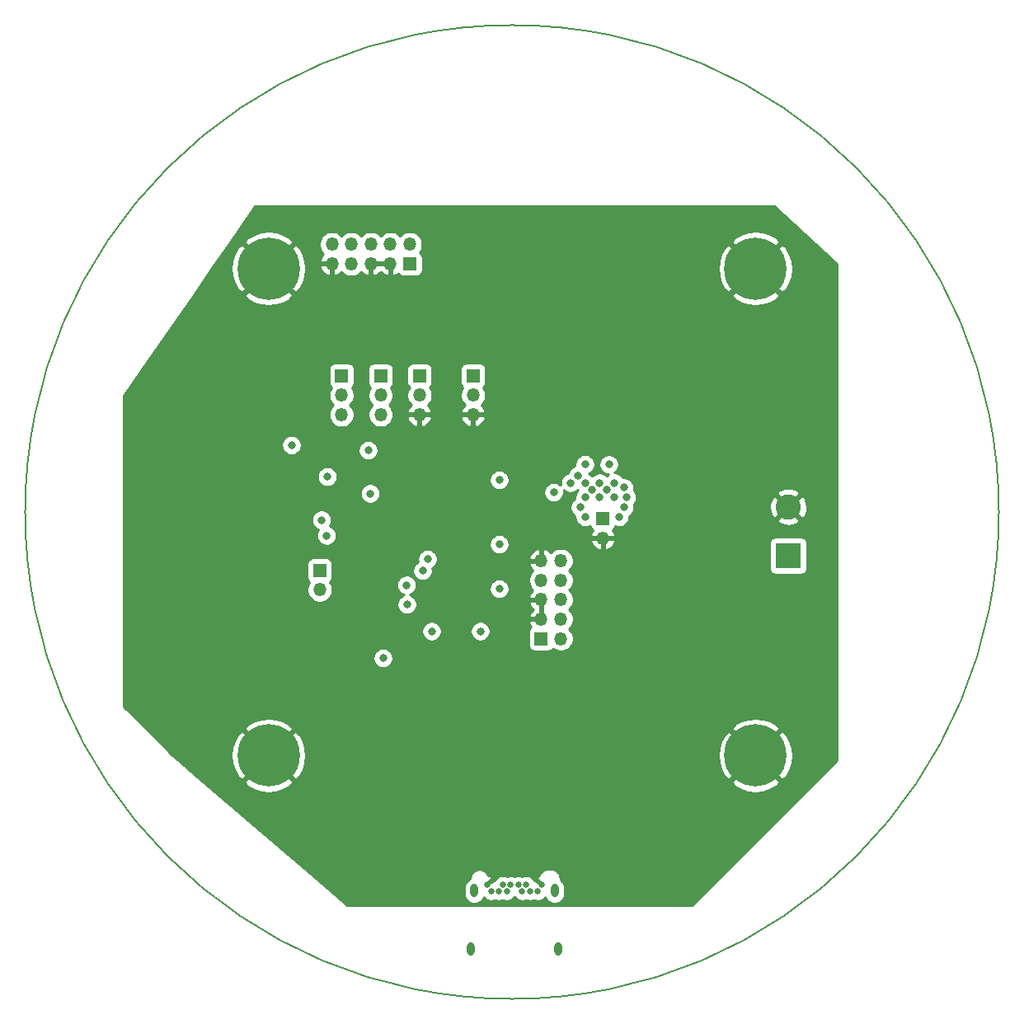
<source format=gbr>
%TF.GenerationSoftware,KiCad,Pcbnew,(5.1.10)-1*%
%TF.CreationDate,2021-07-16T13:03:45+01:00*%
%TF.ProjectId,Abhoinn_IoT_V2,4162686f-696e-46e5-9f49-6f545f56322e,rev?*%
%TF.SameCoordinates,Original*%
%TF.FileFunction,Copper,L2,Inr*%
%TF.FilePolarity,Positive*%
%FSLAX46Y46*%
G04 Gerber Fmt 4.6, Leading zero omitted, Abs format (unit mm)*
G04 Created by KiCad (PCBNEW (5.1.10)-1) date 2021-07-16 13:03:45*
%MOMM*%
%LPD*%
G01*
G04 APERTURE LIST*
%TA.AperFunction,NonConductor*%
%ADD10C,0.150000*%
%TD*%
%TA.AperFunction,ComponentPad*%
%ADD11C,0.650000*%
%TD*%
%TA.AperFunction,ComponentPad*%
%ADD12O,0.800000X1.400000*%
%TD*%
%TA.AperFunction,ComponentPad*%
%ADD13O,1.350000X1.350000*%
%TD*%
%TA.AperFunction,ComponentPad*%
%ADD14R,1.350000X1.350000*%
%TD*%
%TA.AperFunction,ComponentPad*%
%ADD15C,2.600000*%
%TD*%
%TA.AperFunction,ComponentPad*%
%ADD16R,2.600000X2.600000*%
%TD*%
%TA.AperFunction,ComponentPad*%
%ADD17C,0.800000*%
%TD*%
%TA.AperFunction,ComponentPad*%
%ADD18C,6.400000*%
%TD*%
%TA.AperFunction,ViaPad*%
%ADD19C,0.800000*%
%TD*%
%TA.AperFunction,Conductor*%
%ADD20C,0.250000*%
%TD*%
%TA.AperFunction,Conductor*%
%ADD21C,0.254000*%
%TD*%
%TA.AperFunction,Conductor*%
%ADD22C,0.100000*%
%TD*%
G04 APERTURE END LIST*
D10*
X206500000Y-80500000D02*
G75*
G03*
X206500000Y-80500000I-50000000J0D01*
G01*
D11*
%TO.N,N/C*%
%TO.C,P1*%
X154350000Y-119490000D03*
X155150000Y-119490000D03*
X155950000Y-119490000D03*
%TO.N,+5V*%
X157550000Y-119490000D03*
%TO.N,N/C*%
X158350000Y-119490000D03*
X159150000Y-119490000D03*
%TO.N,GND*%
X153950000Y-118790000D03*
%TO.N,Net-(P1-PadA4)*%
X155550000Y-118790000D03*
%TO.N,N/C*%
X156350000Y-118790000D03*
X157150000Y-118790000D03*
%TO.N,Net-(P1-PadA4)*%
X157950000Y-118790000D03*
%TO.N,GND*%
X159550000Y-118790000D03*
D12*
%TO.N,Net-(P1-PadS1)*%
X152260000Y-125340000D03*
X161240000Y-125340000D03*
X160880000Y-119390000D03*
X152620000Y-119390000D03*
%TD*%
D13*
%TO.N,GND*%
%TO.C,JP4*%
X152500000Y-70500000D03*
%TO.N,Net-(D4-Pad2)*%
X152500000Y-68500000D03*
D14*
%TO.N,+3V3*%
X152500000Y-66500000D03*
%TD*%
D13*
%TO.N,GND*%
%TO.C,JP3*%
X147000000Y-70500000D03*
%TO.N,DBG_EN*%
X147000000Y-68500000D03*
D14*
%TO.N,+3V3*%
X147000000Y-66500000D03*
%TD*%
D13*
%TO.N,LED_RX*%
%TO.C,JP2*%
X139000000Y-70500000D03*
%TO.N,RX_LED+DBG_DATA*%
X139000000Y-68500000D03*
D14*
%TO.N,TS_DBG_DATA*%
X139000000Y-66500000D03*
%TD*%
D13*
%TO.N,LED_TX*%
%TO.C,JP1*%
X143000000Y-70500000D03*
%TO.N,TX_LED+DBG_CLK*%
X143000000Y-68500000D03*
D14*
%TO.N,TS_DBG_CLK*%
X143000000Y-66500000D03*
%TD*%
D15*
%TO.N,GND*%
%TO.C,J6*%
X184870000Y-79980000D03*
D16*
%TO.N,+5V*%
X184870000Y-84980000D03*
%TD*%
D13*
%TO.N,RESET_N*%
%TO.C,J4*%
X138000000Y-53000000D03*
%TO.N,GND*%
X138000000Y-55000000D03*
%TO.N,Net-(J4-Pad8)*%
X140000000Y-53000000D03*
%TO.N,Net-(J4-Pad7)*%
X140000000Y-55000000D03*
%TO.N,Net-(J4-Pad6)*%
X142000000Y-53000000D03*
%TO.N,GND*%
X142000000Y-55000000D03*
%TO.N,TS_DBG_CLK*%
X144000000Y-53000000D03*
%TO.N,GND*%
X144000000Y-55000000D03*
%TO.N,TS_DBG_DATA*%
X146000000Y-53000000D03*
D14*
%TO.N,+3V3*%
X146000000Y-55000000D03*
%TD*%
D13*
%TO.N,NRST*%
%TO.C,J3*%
X161500000Y-85500000D03*
%TO.N,GND*%
X159500000Y-85500000D03*
%TO.N,Net-(J3-Pad8)*%
X161500000Y-87500000D03*
%TO.N,Net-(J3-Pad7)*%
X159500000Y-87500000D03*
%TO.N,Net-(J3-Pad6)*%
X161500000Y-89500000D03*
%TO.N,GND*%
X159500000Y-89500000D03*
%TO.N,SWCLK*%
X161500000Y-91500000D03*
%TO.N,GND*%
X159500000Y-91500000D03*
%TO.N,SWDIO*%
X161500000Y-93500000D03*
D14*
%TO.N,+3V3*%
X159500000Y-93500000D03*
%TD*%
D13*
%TO.N,LPUART1_TX*%
%TO.C,J2*%
X136750000Y-88500000D03*
D14*
%TO.N,LPUART1_RX*%
X136750000Y-86500000D03*
%TD*%
D13*
%TO.N,GND*%
%TO.C,J1*%
X165820000Y-83170000D03*
D14*
%TO.N,+3V3*%
X165820000Y-81170000D03*
%TD*%
D17*
%TO.N,GND*%
%TO.C,H4*%
X133197056Y-53802944D03*
X131500000Y-53100000D03*
X129802944Y-53802944D03*
X129100000Y-55500000D03*
X129802944Y-57197056D03*
X131500000Y-57900000D03*
X133197056Y-57197056D03*
X133900000Y-55500000D03*
D18*
X131500000Y-55500000D03*
%TD*%
D17*
%TO.N,GND*%
%TO.C,H3*%
X133197056Y-103802944D03*
X131500000Y-103100000D03*
X129802944Y-103802944D03*
X129100000Y-105500000D03*
X129802944Y-107197056D03*
X131500000Y-107900000D03*
X133197056Y-107197056D03*
X133900000Y-105500000D03*
D18*
X131500000Y-105500000D03*
%TD*%
D17*
%TO.N,GND*%
%TO.C,H2*%
X183197056Y-103802944D03*
X181500000Y-103100000D03*
X179802944Y-103802944D03*
X179100000Y-105500000D03*
X179802944Y-107197056D03*
X181500000Y-107900000D03*
X183197056Y-107197056D03*
X183900000Y-105500000D03*
D18*
X181500000Y-105500000D03*
%TD*%
D17*
%TO.N,GND*%
%TO.C,H1*%
X183197056Y-53802944D03*
X181500000Y-53100000D03*
X179802944Y-53802944D03*
X179100000Y-55500000D03*
X179802944Y-57197056D03*
X181500000Y-57900000D03*
X183197056Y-57197056D03*
X183900000Y-55500000D03*
D18*
X181500000Y-55500000D03*
%TD*%
D19*
%TO.N,GND*%
X142240000Y-92456000D03*
X142070000Y-90000000D03*
X142102000Y-88000000D03*
X132137500Y-73463500D03*
X163322000Y-73660000D03*
X165100000Y-72390000D03*
X165862000Y-71374000D03*
X144626500Y-73326500D03*
X134500000Y-78500000D03*
X133500000Y-94000000D03*
X131250000Y-94000000D03*
X121718600Y-79308220D03*
X127500000Y-80250000D03*
X129500000Y-80250000D03*
X131500000Y-80250000D03*
X130550000Y-79250000D03*
X128450000Y-79250000D03*
X128500000Y-81250000D03*
X130500000Y-81250000D03*
X126325000Y-78075000D03*
X126300000Y-80050000D03*
X126275000Y-81225000D03*
X129500000Y-74500000D03*
X129500000Y-85500000D03*
X118500000Y-85500000D03*
X118500000Y-74500000D03*
X118500000Y-80000000D03*
X118500000Y-77500000D03*
X118500000Y-83000000D03*
X121500000Y-85500000D03*
X125000000Y-85500000D03*
X125000000Y-74500000D03*
X121500000Y-74500000D03*
X159500000Y-116500000D03*
X154000000Y-116500000D03*
X178750000Y-81500000D03*
X178750000Y-80000000D03*
X180500000Y-81500000D03*
X187500000Y-70000000D03*
X187500000Y-72500000D03*
X187500000Y-75000000D03*
X187500000Y-77500000D03*
X187500000Y-80000000D03*
X185420000Y-68580000D03*
X182880000Y-68580000D03*
X180340000Y-68580000D03*
X177800000Y-68580000D03*
X175260000Y-68580000D03*
X172720000Y-68580000D03*
X170180000Y-68580000D03*
X167640000Y-68580000D03*
X166370000Y-67310000D03*
X166370000Y-64770000D03*
X166370000Y-62230000D03*
X166370000Y-59690000D03*
X173990000Y-72390000D03*
X176530000Y-74930000D03*
X178800000Y-77600000D03*
X163350000Y-68650000D03*
X163300000Y-71125000D03*
X166425000Y-57475000D03*
X139362500Y-75137500D03*
X160782000Y-82042000D03*
X182000000Y-81500000D03*
X180500000Y-80000000D03*
X182000000Y-80000000D03*
X185250000Y-72500000D03*
X185250000Y-75000000D03*
X182750000Y-72500000D03*
X182750000Y-75000000D03*
X180000000Y-72500000D03*
X180000000Y-75000000D03*
X177000000Y-72500000D03*
X185250000Y-70250000D03*
X182750000Y-70250000D03*
X180000000Y-70250000D03*
X177000000Y-70250000D03*
X174000000Y-70250000D03*
X171750000Y-70250000D03*
X165500000Y-68500000D03*
%TO.N,+3V3*%
X141732000Y-74168000D03*
X145680000Y-88000000D03*
X145712000Y-90000000D03*
X143256000Y-95504000D03*
X155194000Y-88392000D03*
X166449500Y-75612500D03*
X164000000Y-75600000D03*
X133862500Y-73637500D03*
X137512500Y-76862500D03*
X167500000Y-81000000D03*
X162500000Y-77500000D03*
X164000000Y-77500000D03*
X165500000Y-77500000D03*
X167000000Y-77500000D03*
X167000000Y-79000000D03*
X165500000Y-79000000D03*
X164000000Y-79000000D03*
X168000000Y-80000000D03*
X164000000Y-81000000D03*
X163500000Y-80000000D03*
X160782000Y-78486000D03*
X168000000Y-78000000D03*
X164750000Y-78250000D03*
X166250000Y-78250000D03*
X168250000Y-79000000D03*
X163250000Y-76750000D03*
%TO.N,LPUART1_TX*%
X136940000Y-81320000D03*
%TO.N,LPUART1_RX*%
X137460000Y-82920000D03*
%TO.N,PRESSURE_SDA*%
X155194000Y-77216000D03*
X147828000Y-85344000D03*
%TO.N,PRESSURE_SCL*%
X155194000Y-83820000D03*
X147320000Y-86530000D03*
%TO.N,NRST*%
X141932660Y-78610460D03*
%TO.N,Net-(U2-Pad5)*%
X153250000Y-92750000D03*
%TO.N,Net-(U2-Pad2)*%
X148250000Y-92750000D03*
%TD*%
D20*
%TO.N,GND*%
X159500000Y-116500000D02*
X159500000Y-115000000D01*
X159500000Y-115000000D02*
X160000000Y-114500000D01*
X154000000Y-116500000D02*
X154000000Y-115000000D01*
%TD*%
D21*
%TO.N,GND*%
X189873000Y-55055605D02*
X189873000Y-105947394D01*
X174947394Y-120873000D01*
X139546981Y-120873000D01*
X137407505Y-119039163D01*
X151585000Y-119039163D01*
X151585000Y-119740838D01*
X151599976Y-119892895D01*
X151659160Y-120087993D01*
X151755267Y-120267797D01*
X151884605Y-120425396D01*
X152042204Y-120554734D01*
X152222008Y-120650841D01*
X152417106Y-120710024D01*
X152620000Y-120730007D01*
X152822895Y-120710024D01*
X153017993Y-120650841D01*
X153197797Y-120554734D01*
X153355396Y-120425396D01*
X153484734Y-120267797D01*
X153580841Y-120087992D01*
X153585257Y-120073435D01*
X153604319Y-120101964D01*
X153738036Y-120235681D01*
X153895269Y-120340741D01*
X154069978Y-120413108D01*
X154255448Y-120450000D01*
X154444552Y-120450000D01*
X154630022Y-120413108D01*
X154750000Y-120363411D01*
X154869978Y-120413108D01*
X155055448Y-120450000D01*
X155244552Y-120450000D01*
X155430022Y-120413108D01*
X155550000Y-120363411D01*
X155669978Y-120413108D01*
X155855448Y-120450000D01*
X156044552Y-120450000D01*
X156230022Y-120413108D01*
X156404731Y-120340741D01*
X156561964Y-120235681D01*
X156695681Y-120101964D01*
X156750000Y-120020670D01*
X156804319Y-120101964D01*
X156938036Y-120235681D01*
X157095269Y-120340741D01*
X157269978Y-120413108D01*
X157455448Y-120450000D01*
X157644552Y-120450000D01*
X157830022Y-120413108D01*
X157950000Y-120363411D01*
X158069978Y-120413108D01*
X158255448Y-120450000D01*
X158444552Y-120450000D01*
X158630022Y-120413108D01*
X158750000Y-120363411D01*
X158869978Y-120413108D01*
X159055448Y-120450000D01*
X159244552Y-120450000D01*
X159430022Y-120413108D01*
X159604731Y-120340741D01*
X159761964Y-120235681D01*
X159895681Y-120101964D01*
X159914744Y-120073435D01*
X159919160Y-120087993D01*
X160015267Y-120267797D01*
X160144605Y-120425396D01*
X160302204Y-120554734D01*
X160482008Y-120650841D01*
X160677106Y-120710024D01*
X160880000Y-120730007D01*
X161082895Y-120710024D01*
X161277993Y-120650841D01*
X161457797Y-120554734D01*
X161615396Y-120425396D01*
X161744734Y-120267797D01*
X161840841Y-120087992D01*
X161900024Y-119892894D01*
X161915000Y-119740837D01*
X161915000Y-119039162D01*
X161900024Y-118887105D01*
X161840841Y-118692007D01*
X161744734Y-118512203D01*
X161615396Y-118354604D01*
X161457797Y-118225266D01*
X161456325Y-118224479D01*
X161464645Y-118140000D01*
X161446110Y-117951807D01*
X161391216Y-117770846D01*
X161302073Y-117604072D01*
X161182107Y-117457893D01*
X161035928Y-117337927D01*
X160869154Y-117248784D01*
X160688193Y-117193890D01*
X160547162Y-117180000D01*
X160152838Y-117180000D01*
X160011807Y-117193890D01*
X159830846Y-117248784D01*
X159664072Y-117337927D01*
X159517893Y-117457893D01*
X159397927Y-117604072D01*
X159308784Y-117770846D01*
X159280423Y-117864338D01*
X159274972Y-117865392D01*
X159099874Y-117936813D01*
X159090677Y-117941730D01*
X159077069Y-118137464D01*
X159252371Y-118312766D01*
X159253890Y-118328193D01*
X159308784Y-118509154D01*
X159328894Y-118546776D01*
X159244552Y-118530000D01*
X159110395Y-118530000D01*
X158897464Y-118317069D01*
X158793414Y-118324303D01*
X158695681Y-118178036D01*
X158561964Y-118044319D01*
X158404731Y-117939259D01*
X158230022Y-117866892D01*
X158044552Y-117830000D01*
X157855448Y-117830000D01*
X157669978Y-117866892D01*
X157550000Y-117916589D01*
X157430022Y-117866892D01*
X157244552Y-117830000D01*
X157055448Y-117830000D01*
X156869978Y-117866892D01*
X156750000Y-117916589D01*
X156630022Y-117866892D01*
X156444552Y-117830000D01*
X156255448Y-117830000D01*
X156069978Y-117866892D01*
X155950000Y-117916589D01*
X155830022Y-117866892D01*
X155644552Y-117830000D01*
X155455448Y-117830000D01*
X155269978Y-117866892D01*
X155095269Y-117939259D01*
X154938036Y-118044319D01*
X154804319Y-118178036D01*
X154706586Y-118324303D01*
X154602536Y-118317069D01*
X154389605Y-118530000D01*
X154255448Y-118530000D01*
X154069978Y-118566892D01*
X153999965Y-118595892D01*
X154000741Y-118594731D01*
X154025544Y-118534851D01*
X154422931Y-118137464D01*
X154409323Y-117941730D01*
X154235008Y-117868419D01*
X154061942Y-117833021D01*
X154000741Y-117685269D01*
X153895681Y-117528036D01*
X153761964Y-117394319D01*
X153604731Y-117289259D01*
X153430022Y-117216892D01*
X153244552Y-117180000D01*
X153055448Y-117180000D01*
X152869978Y-117216892D01*
X152695269Y-117289259D01*
X152538036Y-117394319D01*
X152404319Y-117528036D01*
X152299259Y-117685269D01*
X152226892Y-117859978D01*
X152190000Y-118045448D01*
X152190000Y-118146267D01*
X152042203Y-118225266D01*
X151884604Y-118354604D01*
X151755266Y-118512203D01*
X151659159Y-118692008D01*
X151599976Y-118887106D01*
X151585000Y-119039163D01*
X137407505Y-119039163D01*
X124762843Y-108200881D01*
X128978724Y-108200881D01*
X129338912Y-108690548D01*
X130002882Y-109050849D01*
X130724385Y-109274694D01*
X131475695Y-109353480D01*
X132227938Y-109284178D01*
X132952208Y-109069452D01*
X133620670Y-108717555D01*
X133661088Y-108690548D01*
X134021276Y-108200881D01*
X178978724Y-108200881D01*
X179338912Y-108690548D01*
X180002882Y-109050849D01*
X180724385Y-109274694D01*
X181475695Y-109353480D01*
X182227938Y-109284178D01*
X182952208Y-109069452D01*
X183620670Y-108717555D01*
X183661088Y-108690548D01*
X184021276Y-108200881D01*
X181500000Y-105679605D01*
X178978724Y-108200881D01*
X134021276Y-108200881D01*
X131500000Y-105679605D01*
X128978724Y-108200881D01*
X124762843Y-108200881D01*
X122086354Y-105906748D01*
X121655301Y-105475695D01*
X127646520Y-105475695D01*
X127715822Y-106227938D01*
X127930548Y-106952208D01*
X128282445Y-107620670D01*
X128309452Y-107661088D01*
X128799119Y-108021276D01*
X131320395Y-105500000D01*
X131679605Y-105500000D01*
X134200881Y-108021276D01*
X134690548Y-107661088D01*
X135050849Y-106997118D01*
X135274694Y-106275615D01*
X135353480Y-105524305D01*
X135349002Y-105475695D01*
X177646520Y-105475695D01*
X177715822Y-106227938D01*
X177930548Y-106952208D01*
X178282445Y-107620670D01*
X178309452Y-107661088D01*
X178799119Y-108021276D01*
X181320395Y-105500000D01*
X181679605Y-105500000D01*
X184200881Y-108021276D01*
X184690548Y-107661088D01*
X185050849Y-106997118D01*
X185274694Y-106275615D01*
X185353480Y-105524305D01*
X185284178Y-104772062D01*
X185069452Y-104047792D01*
X184717555Y-103379330D01*
X184690548Y-103338912D01*
X184200881Y-102978724D01*
X181679605Y-105500000D01*
X181320395Y-105500000D01*
X178799119Y-102978724D01*
X178309452Y-103338912D01*
X177949151Y-104002882D01*
X177725306Y-104724385D01*
X177646520Y-105475695D01*
X135349002Y-105475695D01*
X135284178Y-104772062D01*
X135069452Y-104047792D01*
X134717555Y-103379330D01*
X134690548Y-103338912D01*
X134200881Y-102978724D01*
X131679605Y-105500000D01*
X131320395Y-105500000D01*
X128799119Y-102978724D01*
X128309452Y-103338912D01*
X127949151Y-104002882D01*
X127725306Y-104724385D01*
X127646520Y-105475695D01*
X121655301Y-105475695D01*
X118978725Y-102799119D01*
X128978724Y-102799119D01*
X131500000Y-105320395D01*
X134021276Y-102799119D01*
X178978724Y-102799119D01*
X181500000Y-105320395D01*
X184021276Y-102799119D01*
X183661088Y-102309452D01*
X182997118Y-101949151D01*
X182275615Y-101725306D01*
X181524305Y-101646520D01*
X180772062Y-101715822D01*
X180047792Y-101930548D01*
X179379330Y-102282445D01*
X179338912Y-102309452D01*
X178978724Y-102799119D01*
X134021276Y-102799119D01*
X133661088Y-102309452D01*
X132997118Y-101949151D01*
X132275615Y-101725306D01*
X131524305Y-101646520D01*
X130772062Y-101715822D01*
X130047792Y-101930548D01*
X129379330Y-102282445D01*
X129338912Y-102309452D01*
X128978724Y-102799119D01*
X118978725Y-102799119D01*
X116627000Y-100447394D01*
X116627000Y-95402061D01*
X142221000Y-95402061D01*
X142221000Y-95605939D01*
X142260774Y-95805898D01*
X142338795Y-95994256D01*
X142452063Y-96163774D01*
X142596226Y-96307937D01*
X142765744Y-96421205D01*
X142954102Y-96499226D01*
X143154061Y-96539000D01*
X143357939Y-96539000D01*
X143557898Y-96499226D01*
X143746256Y-96421205D01*
X143915774Y-96307937D01*
X144059937Y-96163774D01*
X144173205Y-95994256D01*
X144251226Y-95805898D01*
X144291000Y-95605939D01*
X144291000Y-95402061D01*
X144251226Y-95202102D01*
X144173205Y-95013744D01*
X144059937Y-94844226D01*
X143915774Y-94700063D01*
X143746256Y-94586795D01*
X143557898Y-94508774D01*
X143357939Y-94469000D01*
X143154061Y-94469000D01*
X142954102Y-94508774D01*
X142765744Y-94586795D01*
X142596226Y-94700063D01*
X142452063Y-94844226D01*
X142338795Y-95013744D01*
X142260774Y-95202102D01*
X142221000Y-95402061D01*
X116627000Y-95402061D01*
X116627000Y-92648061D01*
X147215000Y-92648061D01*
X147215000Y-92851939D01*
X147254774Y-93051898D01*
X147332795Y-93240256D01*
X147446063Y-93409774D01*
X147590226Y-93553937D01*
X147759744Y-93667205D01*
X147948102Y-93745226D01*
X148148061Y-93785000D01*
X148351939Y-93785000D01*
X148551898Y-93745226D01*
X148740256Y-93667205D01*
X148909774Y-93553937D01*
X149053937Y-93409774D01*
X149167205Y-93240256D01*
X149245226Y-93051898D01*
X149285000Y-92851939D01*
X149285000Y-92648061D01*
X152215000Y-92648061D01*
X152215000Y-92851939D01*
X152254774Y-93051898D01*
X152332795Y-93240256D01*
X152446063Y-93409774D01*
X152590226Y-93553937D01*
X152759744Y-93667205D01*
X152948102Y-93745226D01*
X153148061Y-93785000D01*
X153351939Y-93785000D01*
X153551898Y-93745226D01*
X153740256Y-93667205D01*
X153909774Y-93553937D01*
X154053937Y-93409774D01*
X154167205Y-93240256D01*
X154245226Y-93051898D01*
X154285000Y-92851939D01*
X154285000Y-92825000D01*
X158186928Y-92825000D01*
X158186928Y-94175000D01*
X158199188Y-94299482D01*
X158235498Y-94419180D01*
X158294463Y-94529494D01*
X158373815Y-94626185D01*
X158470506Y-94705537D01*
X158580820Y-94764502D01*
X158700518Y-94800812D01*
X158825000Y-94813072D01*
X160175000Y-94813072D01*
X160299482Y-94800812D01*
X160419180Y-94764502D01*
X160529494Y-94705537D01*
X160626185Y-94626185D01*
X160697487Y-94539303D01*
X160879482Y-94660907D01*
X161117887Y-94759658D01*
X161370976Y-94810000D01*
X161629024Y-94810000D01*
X161882113Y-94759658D01*
X162120518Y-94660907D01*
X162335077Y-94517544D01*
X162517544Y-94335077D01*
X162660907Y-94120518D01*
X162759658Y-93882113D01*
X162810000Y-93629024D01*
X162810000Y-93370976D01*
X162759658Y-93117887D01*
X162660907Y-92879482D01*
X162517544Y-92664923D01*
X162352621Y-92500000D01*
X162517544Y-92335077D01*
X162660907Y-92120518D01*
X162759658Y-91882113D01*
X162810000Y-91629024D01*
X162810000Y-91370976D01*
X162759658Y-91117887D01*
X162660907Y-90879482D01*
X162517544Y-90664923D01*
X162352621Y-90500000D01*
X162517544Y-90335077D01*
X162660907Y-90120518D01*
X162759658Y-89882113D01*
X162810000Y-89629024D01*
X162810000Y-89370976D01*
X162759658Y-89117887D01*
X162660907Y-88879482D01*
X162517544Y-88664923D01*
X162352621Y-88500000D01*
X162517544Y-88335077D01*
X162660907Y-88120518D01*
X162759658Y-87882113D01*
X162810000Y-87629024D01*
X162810000Y-87370976D01*
X162759658Y-87117887D01*
X162660907Y-86879482D01*
X162517544Y-86664923D01*
X162352621Y-86500000D01*
X162517544Y-86335077D01*
X162660907Y-86120518D01*
X162759658Y-85882113D01*
X162810000Y-85629024D01*
X162810000Y-85370976D01*
X162759658Y-85117887D01*
X162660907Y-84879482D01*
X162517544Y-84664923D01*
X162335077Y-84482456D01*
X162120518Y-84339093D01*
X161882113Y-84240342D01*
X161629024Y-84190000D01*
X161370976Y-84190000D01*
X161117887Y-84240342D01*
X160879482Y-84339093D01*
X160664923Y-84482456D01*
X160495285Y-84652094D01*
X160478303Y-84628773D01*
X160289537Y-84454656D01*
X160070430Y-84320711D01*
X159829401Y-84232085D01*
X159627000Y-84354915D01*
X159627000Y-85373000D01*
X159647000Y-85373000D01*
X159647000Y-85627000D01*
X159627000Y-85627000D01*
X159627000Y-85647000D01*
X159373000Y-85647000D01*
X159373000Y-85627000D01*
X158355776Y-85627000D01*
X158232090Y-85829400D01*
X158262762Y-85930528D01*
X158370527Y-86163629D01*
X158521697Y-86371227D01*
X158654060Y-86493319D01*
X158482456Y-86664923D01*
X158339093Y-86879482D01*
X158240342Y-87117887D01*
X158190000Y-87370976D01*
X158190000Y-87629024D01*
X158240342Y-87882113D01*
X158339093Y-88120518D01*
X158482456Y-88335077D01*
X158654060Y-88506681D01*
X158521697Y-88628773D01*
X158370527Y-88836371D01*
X158262762Y-89069472D01*
X158232090Y-89170600D01*
X158355776Y-89373000D01*
X159373000Y-89373000D01*
X159373000Y-89353000D01*
X159627000Y-89353000D01*
X159627000Y-89373000D01*
X159647000Y-89373000D01*
X159647000Y-89627000D01*
X159627000Y-89627000D01*
X159627000Y-91373000D01*
X159647000Y-91373000D01*
X159647000Y-91627000D01*
X159627000Y-91627000D01*
X159627000Y-91647000D01*
X159373000Y-91647000D01*
X159373000Y-91627000D01*
X158355776Y-91627000D01*
X158232090Y-91829400D01*
X158262762Y-91930528D01*
X158370527Y-92163629D01*
X158467559Y-92296881D01*
X158373815Y-92373815D01*
X158294463Y-92470506D01*
X158235498Y-92580820D01*
X158199188Y-92700518D01*
X158186928Y-92825000D01*
X154285000Y-92825000D01*
X154285000Y-92648061D01*
X154245226Y-92448102D01*
X154167205Y-92259744D01*
X154053937Y-92090226D01*
X153909774Y-91946063D01*
X153740256Y-91832795D01*
X153551898Y-91754774D01*
X153351939Y-91715000D01*
X153148061Y-91715000D01*
X152948102Y-91754774D01*
X152759744Y-91832795D01*
X152590226Y-91946063D01*
X152446063Y-92090226D01*
X152332795Y-92259744D01*
X152254774Y-92448102D01*
X152215000Y-92648061D01*
X149285000Y-92648061D01*
X149245226Y-92448102D01*
X149167205Y-92259744D01*
X149053937Y-92090226D01*
X148909774Y-91946063D01*
X148740256Y-91832795D01*
X148551898Y-91754774D01*
X148351939Y-91715000D01*
X148148061Y-91715000D01*
X147948102Y-91754774D01*
X147759744Y-91832795D01*
X147590226Y-91946063D01*
X147446063Y-92090226D01*
X147332795Y-92259744D01*
X147254774Y-92448102D01*
X147215000Y-92648061D01*
X116627000Y-92648061D01*
X116627000Y-85825000D01*
X135436928Y-85825000D01*
X135436928Y-87175000D01*
X135449188Y-87299482D01*
X135485498Y-87419180D01*
X135544463Y-87529494D01*
X135623815Y-87626185D01*
X135710697Y-87697487D01*
X135589093Y-87879482D01*
X135490342Y-88117887D01*
X135440000Y-88370976D01*
X135440000Y-88629024D01*
X135490342Y-88882113D01*
X135589093Y-89120518D01*
X135732456Y-89335077D01*
X135914923Y-89517544D01*
X136129482Y-89660907D01*
X136367887Y-89759658D01*
X136620976Y-89810000D01*
X136879024Y-89810000D01*
X137132113Y-89759658D01*
X137370518Y-89660907D01*
X137585077Y-89517544D01*
X137767544Y-89335077D01*
X137910907Y-89120518D01*
X138009658Y-88882113D01*
X138060000Y-88629024D01*
X138060000Y-88370976D01*
X138009658Y-88117887D01*
X137918603Y-87898061D01*
X144645000Y-87898061D01*
X144645000Y-88101939D01*
X144684774Y-88301898D01*
X144762795Y-88490256D01*
X144876063Y-88659774D01*
X145020226Y-88803937D01*
X145189744Y-88917205D01*
X145378102Y-88995226D01*
X145418103Y-89003183D01*
X145410102Y-89004774D01*
X145221744Y-89082795D01*
X145052226Y-89196063D01*
X144908063Y-89340226D01*
X144794795Y-89509744D01*
X144716774Y-89698102D01*
X144677000Y-89898061D01*
X144677000Y-90101939D01*
X144716774Y-90301898D01*
X144794795Y-90490256D01*
X144908063Y-90659774D01*
X145052226Y-90803937D01*
X145221744Y-90917205D01*
X145410102Y-90995226D01*
X145610061Y-91035000D01*
X145813939Y-91035000D01*
X146013898Y-90995226D01*
X146202256Y-90917205D01*
X146371774Y-90803937D01*
X146515937Y-90659774D01*
X146629205Y-90490256D01*
X146707226Y-90301898D01*
X146747000Y-90101939D01*
X146747000Y-89898061D01*
X146733343Y-89829400D01*
X158232090Y-89829400D01*
X158262762Y-89930528D01*
X158370527Y-90163629D01*
X158521697Y-90371227D01*
X158661304Y-90500000D01*
X158521697Y-90628773D01*
X158370527Y-90836371D01*
X158262762Y-91069472D01*
X158232090Y-91170600D01*
X158355776Y-91373000D01*
X159373000Y-91373000D01*
X159373000Y-89627000D01*
X158355776Y-89627000D01*
X158232090Y-89829400D01*
X146733343Y-89829400D01*
X146707226Y-89698102D01*
X146629205Y-89509744D01*
X146515937Y-89340226D01*
X146371774Y-89196063D01*
X146202256Y-89082795D01*
X146013898Y-89004774D01*
X145973897Y-88996817D01*
X145981898Y-88995226D01*
X146170256Y-88917205D01*
X146339774Y-88803937D01*
X146483937Y-88659774D01*
X146597205Y-88490256D01*
X146675226Y-88301898D01*
X146677580Y-88290061D01*
X154159000Y-88290061D01*
X154159000Y-88493939D01*
X154198774Y-88693898D01*
X154276795Y-88882256D01*
X154390063Y-89051774D01*
X154534226Y-89195937D01*
X154703744Y-89309205D01*
X154892102Y-89387226D01*
X155092061Y-89427000D01*
X155295939Y-89427000D01*
X155495898Y-89387226D01*
X155684256Y-89309205D01*
X155853774Y-89195937D01*
X155997937Y-89051774D01*
X156111205Y-88882256D01*
X156189226Y-88693898D01*
X156229000Y-88493939D01*
X156229000Y-88290061D01*
X156189226Y-88090102D01*
X156111205Y-87901744D01*
X155997937Y-87732226D01*
X155853774Y-87588063D01*
X155684256Y-87474795D01*
X155495898Y-87396774D01*
X155295939Y-87357000D01*
X155092061Y-87357000D01*
X154892102Y-87396774D01*
X154703744Y-87474795D01*
X154534226Y-87588063D01*
X154390063Y-87732226D01*
X154276795Y-87901744D01*
X154198774Y-88090102D01*
X154159000Y-88290061D01*
X146677580Y-88290061D01*
X146715000Y-88101939D01*
X146715000Y-87898061D01*
X146675226Y-87698102D01*
X146597205Y-87509744D01*
X146483937Y-87340226D01*
X146339774Y-87196063D01*
X146170256Y-87082795D01*
X145981898Y-87004774D01*
X145781939Y-86965000D01*
X145578061Y-86965000D01*
X145378102Y-87004774D01*
X145189744Y-87082795D01*
X145020226Y-87196063D01*
X144876063Y-87340226D01*
X144762795Y-87509744D01*
X144684774Y-87698102D01*
X144645000Y-87898061D01*
X137918603Y-87898061D01*
X137910907Y-87879482D01*
X137789303Y-87697487D01*
X137876185Y-87626185D01*
X137955537Y-87529494D01*
X138014502Y-87419180D01*
X138050812Y-87299482D01*
X138063072Y-87175000D01*
X138063072Y-86428061D01*
X146285000Y-86428061D01*
X146285000Y-86631939D01*
X146324774Y-86831898D01*
X146402795Y-87020256D01*
X146516063Y-87189774D01*
X146660226Y-87333937D01*
X146829744Y-87447205D01*
X147018102Y-87525226D01*
X147218061Y-87565000D01*
X147421939Y-87565000D01*
X147621898Y-87525226D01*
X147810256Y-87447205D01*
X147979774Y-87333937D01*
X148123937Y-87189774D01*
X148237205Y-87020256D01*
X148315226Y-86831898D01*
X148355000Y-86631939D01*
X148355000Y-86428061D01*
X148321394Y-86259109D01*
X148487774Y-86147937D01*
X148631937Y-86003774D01*
X148745205Y-85834256D01*
X148823226Y-85645898D01*
X148863000Y-85445939D01*
X148863000Y-85242061D01*
X148848786Y-85170600D01*
X158232090Y-85170600D01*
X158355776Y-85373000D01*
X159373000Y-85373000D01*
X159373000Y-84354915D01*
X159170599Y-84232085D01*
X158929570Y-84320711D01*
X158710463Y-84454656D01*
X158521697Y-84628773D01*
X158370527Y-84836371D01*
X158262762Y-85069472D01*
X158232090Y-85170600D01*
X148848786Y-85170600D01*
X148823226Y-85042102D01*
X148745205Y-84853744D01*
X148631937Y-84684226D01*
X148487774Y-84540063D01*
X148318256Y-84426795D01*
X148129898Y-84348774D01*
X147929939Y-84309000D01*
X147726061Y-84309000D01*
X147526102Y-84348774D01*
X147337744Y-84426795D01*
X147168226Y-84540063D01*
X147024063Y-84684226D01*
X146910795Y-84853744D01*
X146832774Y-85042102D01*
X146793000Y-85242061D01*
X146793000Y-85445939D01*
X146826606Y-85614891D01*
X146660226Y-85726063D01*
X146516063Y-85870226D01*
X146402795Y-86039744D01*
X146324774Y-86228102D01*
X146285000Y-86428061D01*
X138063072Y-86428061D01*
X138063072Y-85825000D01*
X138050812Y-85700518D01*
X138014502Y-85580820D01*
X137955537Y-85470506D01*
X137876185Y-85373815D01*
X137779494Y-85294463D01*
X137669180Y-85235498D01*
X137549482Y-85199188D01*
X137425000Y-85186928D01*
X136075000Y-85186928D01*
X135950518Y-85199188D01*
X135830820Y-85235498D01*
X135720506Y-85294463D01*
X135623815Y-85373815D01*
X135544463Y-85470506D01*
X135485498Y-85580820D01*
X135449188Y-85700518D01*
X135436928Y-85825000D01*
X116627000Y-85825000D01*
X116627000Y-81218061D01*
X135905000Y-81218061D01*
X135905000Y-81421939D01*
X135944774Y-81621898D01*
X136022795Y-81810256D01*
X136136063Y-81979774D01*
X136280226Y-82123937D01*
X136449744Y-82237205D01*
X136623386Y-82309130D01*
X136542795Y-82429744D01*
X136464774Y-82618102D01*
X136425000Y-82818061D01*
X136425000Y-83021939D01*
X136464774Y-83221898D01*
X136542795Y-83410256D01*
X136656063Y-83579774D01*
X136800226Y-83723937D01*
X136969744Y-83837205D01*
X137158102Y-83915226D01*
X137358061Y-83955000D01*
X137561939Y-83955000D01*
X137761898Y-83915226D01*
X137950256Y-83837205D01*
X138119774Y-83723937D01*
X138125650Y-83718061D01*
X154159000Y-83718061D01*
X154159000Y-83921939D01*
X154198774Y-84121898D01*
X154276795Y-84310256D01*
X154390063Y-84479774D01*
X154534226Y-84623937D01*
X154703744Y-84737205D01*
X154892102Y-84815226D01*
X155092061Y-84855000D01*
X155295939Y-84855000D01*
X155495898Y-84815226D01*
X155684256Y-84737205D01*
X155853774Y-84623937D01*
X155997937Y-84479774D01*
X156111205Y-84310256D01*
X156189226Y-84121898D01*
X156229000Y-83921939D01*
X156229000Y-83718061D01*
X156189226Y-83518102D01*
X156181480Y-83499400D01*
X164552090Y-83499400D01*
X164582762Y-83600528D01*
X164690527Y-83833629D01*
X164841697Y-84041227D01*
X165030463Y-84215344D01*
X165249570Y-84349289D01*
X165490599Y-84437915D01*
X165693000Y-84315085D01*
X165693000Y-83297000D01*
X165947000Y-83297000D01*
X165947000Y-84315085D01*
X166149401Y-84437915D01*
X166390430Y-84349289D01*
X166609537Y-84215344D01*
X166798303Y-84041227D01*
X166949473Y-83833629D01*
X167020497Y-83680000D01*
X182931928Y-83680000D01*
X182931928Y-86280000D01*
X182944188Y-86404482D01*
X182980498Y-86524180D01*
X183039463Y-86634494D01*
X183118815Y-86731185D01*
X183215506Y-86810537D01*
X183325820Y-86869502D01*
X183445518Y-86905812D01*
X183570000Y-86918072D01*
X186170000Y-86918072D01*
X186294482Y-86905812D01*
X186414180Y-86869502D01*
X186524494Y-86810537D01*
X186621185Y-86731185D01*
X186700537Y-86634494D01*
X186759502Y-86524180D01*
X186795812Y-86404482D01*
X186808072Y-86280000D01*
X186808072Y-83680000D01*
X186795812Y-83555518D01*
X186759502Y-83435820D01*
X186700537Y-83325506D01*
X186621185Y-83228815D01*
X186524494Y-83149463D01*
X186414180Y-83090498D01*
X186294482Y-83054188D01*
X186170000Y-83041928D01*
X183570000Y-83041928D01*
X183445518Y-83054188D01*
X183325820Y-83090498D01*
X183215506Y-83149463D01*
X183118815Y-83228815D01*
X183039463Y-83325506D01*
X182980498Y-83435820D01*
X182944188Y-83555518D01*
X182931928Y-83680000D01*
X167020497Y-83680000D01*
X167057238Y-83600528D01*
X167087910Y-83499400D01*
X166964224Y-83297000D01*
X165947000Y-83297000D01*
X165693000Y-83297000D01*
X164675776Y-83297000D01*
X164552090Y-83499400D01*
X156181480Y-83499400D01*
X156111205Y-83329744D01*
X155997937Y-83160226D01*
X155853774Y-83016063D01*
X155684256Y-82902795D01*
X155495898Y-82824774D01*
X155295939Y-82785000D01*
X155092061Y-82785000D01*
X154892102Y-82824774D01*
X154703744Y-82902795D01*
X154534226Y-83016063D01*
X154390063Y-83160226D01*
X154276795Y-83329744D01*
X154198774Y-83518102D01*
X154159000Y-83718061D01*
X138125650Y-83718061D01*
X138263937Y-83579774D01*
X138377205Y-83410256D01*
X138455226Y-83221898D01*
X138495000Y-83021939D01*
X138495000Y-82818061D01*
X138455226Y-82618102D01*
X138377205Y-82429744D01*
X138263937Y-82260226D01*
X138119774Y-82116063D01*
X137950256Y-82002795D01*
X137776614Y-81930870D01*
X137857205Y-81810256D01*
X137935226Y-81621898D01*
X137975000Y-81421939D01*
X137975000Y-81218061D01*
X137935226Y-81018102D01*
X137857205Y-80829744D01*
X137743937Y-80660226D01*
X137599774Y-80516063D01*
X137430256Y-80402795D01*
X137241898Y-80324774D01*
X137041939Y-80285000D01*
X136838061Y-80285000D01*
X136638102Y-80324774D01*
X136449744Y-80402795D01*
X136280226Y-80516063D01*
X136136063Y-80660226D01*
X136022795Y-80829744D01*
X135944774Y-81018102D01*
X135905000Y-81218061D01*
X116627000Y-81218061D01*
X116627000Y-78508521D01*
X140897660Y-78508521D01*
X140897660Y-78712399D01*
X140937434Y-78912358D01*
X141015455Y-79100716D01*
X141128723Y-79270234D01*
X141272886Y-79414397D01*
X141442404Y-79527665D01*
X141630762Y-79605686D01*
X141830721Y-79645460D01*
X142034599Y-79645460D01*
X142234558Y-79605686D01*
X142422916Y-79527665D01*
X142592434Y-79414397D01*
X142736597Y-79270234D01*
X142849865Y-79100716D01*
X142927886Y-78912358D01*
X142967660Y-78712399D01*
X142967660Y-78508521D01*
X142942904Y-78384061D01*
X159747000Y-78384061D01*
X159747000Y-78587939D01*
X159786774Y-78787898D01*
X159864795Y-78976256D01*
X159978063Y-79145774D01*
X160122226Y-79289937D01*
X160291744Y-79403205D01*
X160480102Y-79481226D01*
X160680061Y-79521000D01*
X160883939Y-79521000D01*
X161083898Y-79481226D01*
X161272256Y-79403205D01*
X161441774Y-79289937D01*
X161585937Y-79145774D01*
X161699205Y-78976256D01*
X161777226Y-78787898D01*
X161817000Y-78587939D01*
X161817000Y-78384061D01*
X161791338Y-78255049D01*
X161840226Y-78303937D01*
X162009744Y-78417205D01*
X162198102Y-78495226D01*
X162398061Y-78535000D01*
X162601939Y-78535000D01*
X162801898Y-78495226D01*
X162990256Y-78417205D01*
X163159774Y-78303937D01*
X163250000Y-78213711D01*
X163286289Y-78250000D01*
X163196063Y-78340226D01*
X163082795Y-78509744D01*
X163004774Y-78698102D01*
X162965000Y-78898061D01*
X162965000Y-79101939D01*
X162966888Y-79111430D01*
X162840226Y-79196063D01*
X162696063Y-79340226D01*
X162582795Y-79509744D01*
X162504774Y-79698102D01*
X162465000Y-79898061D01*
X162465000Y-80101939D01*
X162504774Y-80301898D01*
X162582795Y-80490256D01*
X162696063Y-80659774D01*
X162840226Y-80803937D01*
X162966888Y-80888570D01*
X162965000Y-80898061D01*
X162965000Y-81101939D01*
X163004774Y-81301898D01*
X163082795Y-81490256D01*
X163196063Y-81659774D01*
X163340226Y-81803937D01*
X163509744Y-81917205D01*
X163698102Y-81995226D01*
X163898061Y-82035000D01*
X164101939Y-82035000D01*
X164301898Y-81995226D01*
X164490256Y-81917205D01*
X164512571Y-81902295D01*
X164519188Y-81969482D01*
X164555498Y-82089180D01*
X164614463Y-82199494D01*
X164693815Y-82296185D01*
X164787559Y-82373119D01*
X164690527Y-82506371D01*
X164582762Y-82739472D01*
X164552090Y-82840600D01*
X164675776Y-83043000D01*
X165693000Y-83043000D01*
X165693000Y-83023000D01*
X165947000Y-83023000D01*
X165947000Y-83043000D01*
X166964224Y-83043000D01*
X167087910Y-82840600D01*
X167057238Y-82739472D01*
X166949473Y-82506371D01*
X166852441Y-82373119D01*
X166946185Y-82296185D01*
X167025537Y-82199494D01*
X167084502Y-82089180D01*
X167120812Y-81969482D01*
X167121405Y-81963457D01*
X167198102Y-81995226D01*
X167398061Y-82035000D01*
X167601939Y-82035000D01*
X167801898Y-81995226D01*
X167990256Y-81917205D01*
X168159774Y-81803937D01*
X168303937Y-81659774D01*
X168417205Y-81490256D01*
X168483907Y-81329224D01*
X183700381Y-81329224D01*
X183832317Y-81624312D01*
X184173045Y-81795159D01*
X184540557Y-81896250D01*
X184920729Y-81923701D01*
X185298951Y-81876457D01*
X185660690Y-81756333D01*
X185907683Y-81624312D01*
X186039619Y-81329224D01*
X184870000Y-80159605D01*
X183700381Y-81329224D01*
X168483907Y-81329224D01*
X168495226Y-81301898D01*
X168535000Y-81101939D01*
X168535000Y-80898061D01*
X168533112Y-80888570D01*
X168659774Y-80803937D01*
X168803937Y-80659774D01*
X168917205Y-80490256D01*
X168995226Y-80301898D01*
X169035000Y-80101939D01*
X169035000Y-80030729D01*
X182926299Y-80030729D01*
X182973543Y-80408951D01*
X183093667Y-80770690D01*
X183225688Y-81017683D01*
X183520776Y-81149619D01*
X184690395Y-79980000D01*
X185049605Y-79980000D01*
X186219224Y-81149619D01*
X186514312Y-81017683D01*
X186685159Y-80676955D01*
X186786250Y-80309443D01*
X186813701Y-79929271D01*
X186766457Y-79551049D01*
X186646333Y-79189310D01*
X186514312Y-78942317D01*
X186219224Y-78810381D01*
X185049605Y-79980000D01*
X184690395Y-79980000D01*
X183520776Y-78810381D01*
X183225688Y-78942317D01*
X183054841Y-79283045D01*
X182953750Y-79650557D01*
X182926299Y-80030729D01*
X169035000Y-80030729D01*
X169035000Y-79898061D01*
X168998608Y-79715103D01*
X169053937Y-79659774D01*
X169167205Y-79490256D01*
X169245226Y-79301898D01*
X169285000Y-79101939D01*
X169285000Y-78898061D01*
X169245226Y-78698102D01*
X169217339Y-78630776D01*
X183700381Y-78630776D01*
X184870000Y-79800395D01*
X186039619Y-78630776D01*
X185907683Y-78335688D01*
X185566955Y-78164841D01*
X185199443Y-78063750D01*
X184819271Y-78036299D01*
X184441049Y-78083543D01*
X184079310Y-78203667D01*
X183832317Y-78335688D01*
X183700381Y-78630776D01*
X169217339Y-78630776D01*
X169167205Y-78509744D01*
X169053937Y-78340226D01*
X168998608Y-78284897D01*
X169035000Y-78101939D01*
X169035000Y-77898061D01*
X168995226Y-77698102D01*
X168917205Y-77509744D01*
X168803937Y-77340226D01*
X168659774Y-77196063D01*
X168490256Y-77082795D01*
X168301898Y-77004774D01*
X168101939Y-76965000D01*
X167898061Y-76965000D01*
X167888570Y-76966888D01*
X167803937Y-76840226D01*
X167659774Y-76696063D01*
X167490256Y-76582795D01*
X167301898Y-76504774D01*
X167101939Y-76465000D01*
X167036594Y-76465000D01*
X167109274Y-76416437D01*
X167253437Y-76272274D01*
X167366705Y-76102756D01*
X167444726Y-75914398D01*
X167484500Y-75714439D01*
X167484500Y-75510561D01*
X167444726Y-75310602D01*
X167366705Y-75122244D01*
X167253437Y-74952726D01*
X167109274Y-74808563D01*
X166939756Y-74695295D01*
X166751398Y-74617274D01*
X166551439Y-74577500D01*
X166347561Y-74577500D01*
X166147602Y-74617274D01*
X165959244Y-74695295D01*
X165789726Y-74808563D01*
X165645563Y-74952726D01*
X165532295Y-75122244D01*
X165454274Y-75310602D01*
X165414500Y-75510561D01*
X165414500Y-75714439D01*
X165454274Y-75914398D01*
X165532295Y-76102756D01*
X165645563Y-76272274D01*
X165789726Y-76416437D01*
X165959244Y-76529705D01*
X166147602Y-76607726D01*
X166347561Y-76647500D01*
X166412906Y-76647500D01*
X166340226Y-76696063D01*
X166250000Y-76786289D01*
X166159774Y-76696063D01*
X165990256Y-76582795D01*
X165801898Y-76504774D01*
X165601939Y-76465000D01*
X165398061Y-76465000D01*
X165198102Y-76504774D01*
X165009744Y-76582795D01*
X164840226Y-76696063D01*
X164750000Y-76786289D01*
X164659774Y-76696063D01*
X164490256Y-76582795D01*
X164411082Y-76550000D01*
X164490256Y-76517205D01*
X164659774Y-76403937D01*
X164803937Y-76259774D01*
X164917205Y-76090256D01*
X164995226Y-75901898D01*
X165035000Y-75701939D01*
X165035000Y-75498061D01*
X164995226Y-75298102D01*
X164917205Y-75109744D01*
X164803937Y-74940226D01*
X164659774Y-74796063D01*
X164490256Y-74682795D01*
X164301898Y-74604774D01*
X164101939Y-74565000D01*
X163898061Y-74565000D01*
X163698102Y-74604774D01*
X163509744Y-74682795D01*
X163340226Y-74796063D01*
X163196063Y-74940226D01*
X163082795Y-75109744D01*
X163004774Y-75298102D01*
X162965000Y-75498061D01*
X162965000Y-75701939D01*
X162974466Y-75749530D01*
X162948102Y-75754774D01*
X162759744Y-75832795D01*
X162590226Y-75946063D01*
X162446063Y-76090226D01*
X162332795Y-76259744D01*
X162254774Y-76448102D01*
X162245372Y-76495372D01*
X162198102Y-76504774D01*
X162009744Y-76582795D01*
X161840226Y-76696063D01*
X161696063Y-76840226D01*
X161582795Y-77009744D01*
X161504774Y-77198102D01*
X161465000Y-77398061D01*
X161465000Y-77601939D01*
X161490662Y-77730951D01*
X161441774Y-77682063D01*
X161272256Y-77568795D01*
X161083898Y-77490774D01*
X160883939Y-77451000D01*
X160680061Y-77451000D01*
X160480102Y-77490774D01*
X160291744Y-77568795D01*
X160122226Y-77682063D01*
X159978063Y-77826226D01*
X159864795Y-77995744D01*
X159786774Y-78184102D01*
X159747000Y-78384061D01*
X142942904Y-78384061D01*
X142927886Y-78308562D01*
X142849865Y-78120204D01*
X142736597Y-77950686D01*
X142592434Y-77806523D01*
X142422916Y-77693255D01*
X142234558Y-77615234D01*
X142034599Y-77575460D01*
X141830721Y-77575460D01*
X141630762Y-77615234D01*
X141442404Y-77693255D01*
X141272886Y-77806523D01*
X141128723Y-77950686D01*
X141015455Y-78120204D01*
X140937434Y-78308562D01*
X140897660Y-78508521D01*
X116627000Y-78508521D01*
X116627000Y-76760561D01*
X136477500Y-76760561D01*
X136477500Y-76964439D01*
X136517274Y-77164398D01*
X136595295Y-77352756D01*
X136708563Y-77522274D01*
X136852726Y-77666437D01*
X137022244Y-77779705D01*
X137210602Y-77857726D01*
X137410561Y-77897500D01*
X137614439Y-77897500D01*
X137814398Y-77857726D01*
X138002756Y-77779705D01*
X138172274Y-77666437D01*
X138316437Y-77522274D01*
X138429705Y-77352756D01*
X138507726Y-77164398D01*
X138517738Y-77114061D01*
X154159000Y-77114061D01*
X154159000Y-77317939D01*
X154198774Y-77517898D01*
X154276795Y-77706256D01*
X154390063Y-77875774D01*
X154534226Y-78019937D01*
X154703744Y-78133205D01*
X154892102Y-78211226D01*
X155092061Y-78251000D01*
X155295939Y-78251000D01*
X155495898Y-78211226D01*
X155684256Y-78133205D01*
X155853774Y-78019937D01*
X155997937Y-77875774D01*
X156111205Y-77706256D01*
X156189226Y-77517898D01*
X156229000Y-77317939D01*
X156229000Y-77114061D01*
X156189226Y-76914102D01*
X156111205Y-76725744D01*
X155997937Y-76556226D01*
X155853774Y-76412063D01*
X155684256Y-76298795D01*
X155495898Y-76220774D01*
X155295939Y-76181000D01*
X155092061Y-76181000D01*
X154892102Y-76220774D01*
X154703744Y-76298795D01*
X154534226Y-76412063D01*
X154390063Y-76556226D01*
X154276795Y-76725744D01*
X154198774Y-76914102D01*
X154159000Y-77114061D01*
X138517738Y-77114061D01*
X138547500Y-76964439D01*
X138547500Y-76760561D01*
X138507726Y-76560602D01*
X138429705Y-76372244D01*
X138316437Y-76202726D01*
X138172274Y-76058563D01*
X138002756Y-75945295D01*
X137814398Y-75867274D01*
X137614439Y-75827500D01*
X137410561Y-75827500D01*
X137210602Y-75867274D01*
X137022244Y-75945295D01*
X136852726Y-76058563D01*
X136708563Y-76202726D01*
X136595295Y-76372244D01*
X136517274Y-76560602D01*
X136477500Y-76760561D01*
X116627000Y-76760561D01*
X116627000Y-73535561D01*
X132827500Y-73535561D01*
X132827500Y-73739439D01*
X132867274Y-73939398D01*
X132945295Y-74127756D01*
X133058563Y-74297274D01*
X133202726Y-74441437D01*
X133372244Y-74554705D01*
X133560602Y-74632726D01*
X133760561Y-74672500D01*
X133964439Y-74672500D01*
X134164398Y-74632726D01*
X134352756Y-74554705D01*
X134522274Y-74441437D01*
X134666437Y-74297274D01*
X134779705Y-74127756D01*
X134805260Y-74066061D01*
X140697000Y-74066061D01*
X140697000Y-74269939D01*
X140736774Y-74469898D01*
X140814795Y-74658256D01*
X140928063Y-74827774D01*
X141072226Y-74971937D01*
X141241744Y-75085205D01*
X141430102Y-75163226D01*
X141630061Y-75203000D01*
X141833939Y-75203000D01*
X142033898Y-75163226D01*
X142222256Y-75085205D01*
X142391774Y-74971937D01*
X142535937Y-74827774D01*
X142649205Y-74658256D01*
X142727226Y-74469898D01*
X142767000Y-74269939D01*
X142767000Y-74066061D01*
X142727226Y-73866102D01*
X142649205Y-73677744D01*
X142535937Y-73508226D01*
X142391774Y-73364063D01*
X142222256Y-73250795D01*
X142033898Y-73172774D01*
X141833939Y-73133000D01*
X141630061Y-73133000D01*
X141430102Y-73172774D01*
X141241744Y-73250795D01*
X141072226Y-73364063D01*
X140928063Y-73508226D01*
X140814795Y-73677744D01*
X140736774Y-73866102D01*
X140697000Y-74066061D01*
X134805260Y-74066061D01*
X134857726Y-73939398D01*
X134897500Y-73739439D01*
X134897500Y-73535561D01*
X134857726Y-73335602D01*
X134779705Y-73147244D01*
X134666437Y-72977726D01*
X134522274Y-72833563D01*
X134352756Y-72720295D01*
X134164398Y-72642274D01*
X133964439Y-72602500D01*
X133760561Y-72602500D01*
X133560602Y-72642274D01*
X133372244Y-72720295D01*
X133202726Y-72833563D01*
X133058563Y-72977726D01*
X132945295Y-73147244D01*
X132867274Y-73335602D01*
X132827500Y-73535561D01*
X116627000Y-73535561D01*
X116627000Y-68539672D01*
X118506387Y-65825000D01*
X137686928Y-65825000D01*
X137686928Y-67175000D01*
X137699188Y-67299482D01*
X137735498Y-67419180D01*
X137794463Y-67529494D01*
X137873815Y-67626185D01*
X137960697Y-67697487D01*
X137839093Y-67879482D01*
X137740342Y-68117887D01*
X137690000Y-68370976D01*
X137690000Y-68629024D01*
X137740342Y-68882113D01*
X137839093Y-69120518D01*
X137982456Y-69335077D01*
X138147379Y-69500000D01*
X137982456Y-69664923D01*
X137839093Y-69879482D01*
X137740342Y-70117887D01*
X137690000Y-70370976D01*
X137690000Y-70629024D01*
X137740342Y-70882113D01*
X137839093Y-71120518D01*
X137982456Y-71335077D01*
X138164923Y-71517544D01*
X138379482Y-71660907D01*
X138617887Y-71759658D01*
X138870976Y-71810000D01*
X139129024Y-71810000D01*
X139382113Y-71759658D01*
X139620518Y-71660907D01*
X139835077Y-71517544D01*
X140017544Y-71335077D01*
X140160907Y-71120518D01*
X140259658Y-70882113D01*
X140310000Y-70629024D01*
X140310000Y-70370976D01*
X140259658Y-70117887D01*
X140160907Y-69879482D01*
X140017544Y-69664923D01*
X139852621Y-69500000D01*
X140017544Y-69335077D01*
X140160907Y-69120518D01*
X140259658Y-68882113D01*
X140310000Y-68629024D01*
X140310000Y-68370976D01*
X140259658Y-68117887D01*
X140160907Y-67879482D01*
X140039303Y-67697487D01*
X140126185Y-67626185D01*
X140205537Y-67529494D01*
X140264502Y-67419180D01*
X140300812Y-67299482D01*
X140313072Y-67175000D01*
X140313072Y-65825000D01*
X141686928Y-65825000D01*
X141686928Y-67175000D01*
X141699188Y-67299482D01*
X141735498Y-67419180D01*
X141794463Y-67529494D01*
X141873815Y-67626185D01*
X141960697Y-67697487D01*
X141839093Y-67879482D01*
X141740342Y-68117887D01*
X141690000Y-68370976D01*
X141690000Y-68629024D01*
X141740342Y-68882113D01*
X141839093Y-69120518D01*
X141982456Y-69335077D01*
X142147379Y-69500000D01*
X141982456Y-69664923D01*
X141839093Y-69879482D01*
X141740342Y-70117887D01*
X141690000Y-70370976D01*
X141690000Y-70629024D01*
X141740342Y-70882113D01*
X141839093Y-71120518D01*
X141982456Y-71335077D01*
X142164923Y-71517544D01*
X142379482Y-71660907D01*
X142617887Y-71759658D01*
X142870976Y-71810000D01*
X143129024Y-71810000D01*
X143382113Y-71759658D01*
X143620518Y-71660907D01*
X143835077Y-71517544D01*
X144017544Y-71335077D01*
X144160907Y-71120518D01*
X144259658Y-70882113D01*
X144270143Y-70829400D01*
X145732090Y-70829400D01*
X145762762Y-70930528D01*
X145870527Y-71163629D01*
X146021697Y-71371227D01*
X146210463Y-71545344D01*
X146429570Y-71679289D01*
X146670599Y-71767915D01*
X146873000Y-71645085D01*
X146873000Y-70627000D01*
X147127000Y-70627000D01*
X147127000Y-71645085D01*
X147329401Y-71767915D01*
X147570430Y-71679289D01*
X147789537Y-71545344D01*
X147978303Y-71371227D01*
X148129473Y-71163629D01*
X148237238Y-70930528D01*
X148267910Y-70829400D01*
X151232090Y-70829400D01*
X151262762Y-70930528D01*
X151370527Y-71163629D01*
X151521697Y-71371227D01*
X151710463Y-71545344D01*
X151929570Y-71679289D01*
X152170599Y-71767915D01*
X152373000Y-71645085D01*
X152373000Y-70627000D01*
X152627000Y-70627000D01*
X152627000Y-71645085D01*
X152829401Y-71767915D01*
X153070430Y-71679289D01*
X153289537Y-71545344D01*
X153478303Y-71371227D01*
X153629473Y-71163629D01*
X153737238Y-70930528D01*
X153767910Y-70829400D01*
X153644224Y-70627000D01*
X152627000Y-70627000D01*
X152373000Y-70627000D01*
X151355776Y-70627000D01*
X151232090Y-70829400D01*
X148267910Y-70829400D01*
X148144224Y-70627000D01*
X147127000Y-70627000D01*
X146873000Y-70627000D01*
X145855776Y-70627000D01*
X145732090Y-70829400D01*
X144270143Y-70829400D01*
X144310000Y-70629024D01*
X144310000Y-70370976D01*
X144259658Y-70117887D01*
X144160907Y-69879482D01*
X144017544Y-69664923D01*
X143852621Y-69500000D01*
X144017544Y-69335077D01*
X144160907Y-69120518D01*
X144259658Y-68882113D01*
X144310000Y-68629024D01*
X144310000Y-68370976D01*
X144259658Y-68117887D01*
X144160907Y-67879482D01*
X144039303Y-67697487D01*
X144126185Y-67626185D01*
X144205537Y-67529494D01*
X144264502Y-67419180D01*
X144300812Y-67299482D01*
X144313072Y-67175000D01*
X144313072Y-65825000D01*
X145686928Y-65825000D01*
X145686928Y-67175000D01*
X145699188Y-67299482D01*
X145735498Y-67419180D01*
X145794463Y-67529494D01*
X145873815Y-67626185D01*
X145960697Y-67697487D01*
X145839093Y-67879482D01*
X145740342Y-68117887D01*
X145690000Y-68370976D01*
X145690000Y-68629024D01*
X145740342Y-68882113D01*
X145839093Y-69120518D01*
X145982456Y-69335077D01*
X146154060Y-69506681D01*
X146021697Y-69628773D01*
X145870527Y-69836371D01*
X145762762Y-70069472D01*
X145732090Y-70170600D01*
X145855776Y-70373000D01*
X146873000Y-70373000D01*
X146873000Y-70353000D01*
X147127000Y-70353000D01*
X147127000Y-70373000D01*
X148144224Y-70373000D01*
X148267910Y-70170600D01*
X148237238Y-70069472D01*
X148129473Y-69836371D01*
X147978303Y-69628773D01*
X147845940Y-69506681D01*
X148017544Y-69335077D01*
X148160907Y-69120518D01*
X148259658Y-68882113D01*
X148310000Y-68629024D01*
X148310000Y-68370976D01*
X148259658Y-68117887D01*
X148160907Y-67879482D01*
X148039303Y-67697487D01*
X148126185Y-67626185D01*
X148205537Y-67529494D01*
X148264502Y-67419180D01*
X148300812Y-67299482D01*
X148313072Y-67175000D01*
X148313072Y-65825000D01*
X151186928Y-65825000D01*
X151186928Y-67175000D01*
X151199188Y-67299482D01*
X151235498Y-67419180D01*
X151294463Y-67529494D01*
X151373815Y-67626185D01*
X151460697Y-67697487D01*
X151339093Y-67879482D01*
X151240342Y-68117887D01*
X151190000Y-68370976D01*
X151190000Y-68629024D01*
X151240342Y-68882113D01*
X151339093Y-69120518D01*
X151482456Y-69335077D01*
X151654060Y-69506681D01*
X151521697Y-69628773D01*
X151370527Y-69836371D01*
X151262762Y-70069472D01*
X151232090Y-70170600D01*
X151355776Y-70373000D01*
X152373000Y-70373000D01*
X152373000Y-70353000D01*
X152627000Y-70353000D01*
X152627000Y-70373000D01*
X153644224Y-70373000D01*
X153767910Y-70170600D01*
X153737238Y-70069472D01*
X153629473Y-69836371D01*
X153478303Y-69628773D01*
X153345940Y-69506681D01*
X153517544Y-69335077D01*
X153660907Y-69120518D01*
X153759658Y-68882113D01*
X153810000Y-68629024D01*
X153810000Y-68370976D01*
X153759658Y-68117887D01*
X153660907Y-67879482D01*
X153539303Y-67697487D01*
X153626185Y-67626185D01*
X153705537Y-67529494D01*
X153764502Y-67419180D01*
X153800812Y-67299482D01*
X153813072Y-67175000D01*
X153813072Y-65825000D01*
X153800812Y-65700518D01*
X153764502Y-65580820D01*
X153705537Y-65470506D01*
X153626185Y-65373815D01*
X153529494Y-65294463D01*
X153419180Y-65235498D01*
X153299482Y-65199188D01*
X153175000Y-65186928D01*
X151825000Y-65186928D01*
X151700518Y-65199188D01*
X151580820Y-65235498D01*
X151470506Y-65294463D01*
X151373815Y-65373815D01*
X151294463Y-65470506D01*
X151235498Y-65580820D01*
X151199188Y-65700518D01*
X151186928Y-65825000D01*
X148313072Y-65825000D01*
X148300812Y-65700518D01*
X148264502Y-65580820D01*
X148205537Y-65470506D01*
X148126185Y-65373815D01*
X148029494Y-65294463D01*
X147919180Y-65235498D01*
X147799482Y-65199188D01*
X147675000Y-65186928D01*
X146325000Y-65186928D01*
X146200518Y-65199188D01*
X146080820Y-65235498D01*
X145970506Y-65294463D01*
X145873815Y-65373815D01*
X145794463Y-65470506D01*
X145735498Y-65580820D01*
X145699188Y-65700518D01*
X145686928Y-65825000D01*
X144313072Y-65825000D01*
X144300812Y-65700518D01*
X144264502Y-65580820D01*
X144205537Y-65470506D01*
X144126185Y-65373815D01*
X144029494Y-65294463D01*
X143919180Y-65235498D01*
X143799482Y-65199188D01*
X143675000Y-65186928D01*
X142325000Y-65186928D01*
X142200518Y-65199188D01*
X142080820Y-65235498D01*
X141970506Y-65294463D01*
X141873815Y-65373815D01*
X141794463Y-65470506D01*
X141735498Y-65580820D01*
X141699188Y-65700518D01*
X141686928Y-65825000D01*
X140313072Y-65825000D01*
X140300812Y-65700518D01*
X140264502Y-65580820D01*
X140205537Y-65470506D01*
X140126185Y-65373815D01*
X140029494Y-65294463D01*
X139919180Y-65235498D01*
X139799482Y-65199188D01*
X139675000Y-65186928D01*
X138325000Y-65186928D01*
X138200518Y-65199188D01*
X138080820Y-65235498D01*
X137970506Y-65294463D01*
X137873815Y-65373815D01*
X137794463Y-65470506D01*
X137735498Y-65580820D01*
X137699188Y-65700518D01*
X137686928Y-65825000D01*
X118506387Y-65825000D01*
X123784623Y-58200881D01*
X128978724Y-58200881D01*
X129338912Y-58690548D01*
X130002882Y-59050849D01*
X130724385Y-59274694D01*
X131475695Y-59353480D01*
X132227938Y-59284178D01*
X132952208Y-59069452D01*
X133620670Y-58717555D01*
X133661088Y-58690548D01*
X134021276Y-58200881D01*
X178978724Y-58200881D01*
X179338912Y-58690548D01*
X180002882Y-59050849D01*
X180724385Y-59274694D01*
X181475695Y-59353480D01*
X182227938Y-59284178D01*
X182952208Y-59069452D01*
X183620670Y-58717555D01*
X183661088Y-58690548D01*
X184021276Y-58200881D01*
X181500000Y-55679605D01*
X178978724Y-58200881D01*
X134021276Y-58200881D01*
X131500000Y-55679605D01*
X128978724Y-58200881D01*
X123784623Y-58200881D01*
X125671291Y-55475695D01*
X127646520Y-55475695D01*
X127715822Y-56227938D01*
X127930548Y-56952208D01*
X128282445Y-57620670D01*
X128309452Y-57661088D01*
X128799119Y-58021276D01*
X131320395Y-55500000D01*
X131679605Y-55500000D01*
X134200881Y-58021276D01*
X134690548Y-57661088D01*
X135050849Y-56997118D01*
X135274694Y-56275615D01*
X135353480Y-55524305D01*
X135335525Y-55329401D01*
X136732085Y-55329401D01*
X136820711Y-55570430D01*
X136954656Y-55789537D01*
X137128773Y-55978303D01*
X137336371Y-56129473D01*
X137569472Y-56237238D01*
X137670600Y-56267910D01*
X137873000Y-56144224D01*
X137873000Y-55127000D01*
X136854915Y-55127000D01*
X136732085Y-55329401D01*
X135335525Y-55329401D01*
X135284178Y-54772062D01*
X135069452Y-54047792D01*
X134717555Y-53379330D01*
X134690548Y-53338912D01*
X134200881Y-52978724D01*
X131679605Y-55500000D01*
X131320395Y-55500000D01*
X128799119Y-52978724D01*
X128309452Y-53338912D01*
X127949151Y-54002882D01*
X127725306Y-54724385D01*
X127646520Y-55475695D01*
X125671291Y-55475695D01*
X127524305Y-52799119D01*
X128978724Y-52799119D01*
X131500000Y-55320395D01*
X133949419Y-52870976D01*
X136690000Y-52870976D01*
X136690000Y-53129024D01*
X136740342Y-53382113D01*
X136839093Y-53620518D01*
X136982456Y-53835077D01*
X137152094Y-54004715D01*
X137128773Y-54021697D01*
X136954656Y-54210463D01*
X136820711Y-54429570D01*
X136732085Y-54670599D01*
X136854915Y-54873000D01*
X137873000Y-54873000D01*
X137873000Y-54853000D01*
X138127000Y-54853000D01*
X138127000Y-54873000D01*
X138147000Y-54873000D01*
X138147000Y-55127000D01*
X138127000Y-55127000D01*
X138127000Y-56144224D01*
X138329400Y-56267910D01*
X138430528Y-56237238D01*
X138663629Y-56129473D01*
X138871227Y-55978303D01*
X138993319Y-55845940D01*
X139164923Y-56017544D01*
X139379482Y-56160907D01*
X139617887Y-56259658D01*
X139870976Y-56310000D01*
X140129024Y-56310000D01*
X140382113Y-56259658D01*
X140620518Y-56160907D01*
X140835077Y-56017544D01*
X141006681Y-55845940D01*
X141128773Y-55978303D01*
X141336371Y-56129473D01*
X141569472Y-56237238D01*
X141670600Y-56267910D01*
X141873000Y-56144224D01*
X141873000Y-55127000D01*
X142127000Y-55127000D01*
X142127000Y-56144224D01*
X142329400Y-56267910D01*
X142430528Y-56237238D01*
X142663629Y-56129473D01*
X142871227Y-55978303D01*
X143000000Y-55838696D01*
X143128773Y-55978303D01*
X143336371Y-56129473D01*
X143569472Y-56237238D01*
X143670600Y-56267910D01*
X143873000Y-56144224D01*
X143873000Y-55127000D01*
X142127000Y-55127000D01*
X141873000Y-55127000D01*
X141853000Y-55127000D01*
X141853000Y-54873000D01*
X141873000Y-54873000D01*
X141873000Y-54853000D01*
X142127000Y-54853000D01*
X142127000Y-54873000D01*
X143873000Y-54873000D01*
X143873000Y-54853000D01*
X144127000Y-54853000D01*
X144127000Y-54873000D01*
X144147000Y-54873000D01*
X144147000Y-55127000D01*
X144127000Y-55127000D01*
X144127000Y-56144224D01*
X144329400Y-56267910D01*
X144430528Y-56237238D01*
X144663629Y-56129473D01*
X144796881Y-56032441D01*
X144873815Y-56126185D01*
X144970506Y-56205537D01*
X145080820Y-56264502D01*
X145200518Y-56300812D01*
X145325000Y-56313072D01*
X146675000Y-56313072D01*
X146799482Y-56300812D01*
X146919180Y-56264502D01*
X147029494Y-56205537D01*
X147126185Y-56126185D01*
X147205537Y-56029494D01*
X147264502Y-55919180D01*
X147300812Y-55799482D01*
X147313072Y-55675000D01*
X147313072Y-55475695D01*
X177646520Y-55475695D01*
X177715822Y-56227938D01*
X177930548Y-56952208D01*
X178282445Y-57620670D01*
X178309452Y-57661088D01*
X178799119Y-58021276D01*
X181320395Y-55500000D01*
X181679605Y-55500000D01*
X184200881Y-58021276D01*
X184690548Y-57661088D01*
X185050849Y-56997118D01*
X185274694Y-56275615D01*
X185353480Y-55524305D01*
X185284178Y-54772062D01*
X185069452Y-54047792D01*
X184717555Y-53379330D01*
X184690548Y-53338912D01*
X184200881Y-52978724D01*
X181679605Y-55500000D01*
X181320395Y-55500000D01*
X178799119Y-52978724D01*
X178309452Y-53338912D01*
X177949151Y-54002882D01*
X177725306Y-54724385D01*
X177646520Y-55475695D01*
X147313072Y-55475695D01*
X147313072Y-54325000D01*
X147300812Y-54200518D01*
X147264502Y-54080820D01*
X147205537Y-53970506D01*
X147126185Y-53873815D01*
X147039303Y-53802513D01*
X147160907Y-53620518D01*
X147259658Y-53382113D01*
X147310000Y-53129024D01*
X147310000Y-52870976D01*
X147295707Y-52799119D01*
X178978724Y-52799119D01*
X181500000Y-55320395D01*
X184021276Y-52799119D01*
X183661088Y-52309452D01*
X182997118Y-51949151D01*
X182275615Y-51725306D01*
X181524305Y-51646520D01*
X180772062Y-51715822D01*
X180047792Y-51930548D01*
X179379330Y-52282445D01*
X179338912Y-52309452D01*
X178978724Y-52799119D01*
X147295707Y-52799119D01*
X147259658Y-52617887D01*
X147160907Y-52379482D01*
X147017544Y-52164923D01*
X146835077Y-51982456D01*
X146620518Y-51839093D01*
X146382113Y-51740342D01*
X146129024Y-51690000D01*
X145870976Y-51690000D01*
X145617887Y-51740342D01*
X145379482Y-51839093D01*
X145164923Y-51982456D01*
X145000000Y-52147379D01*
X144835077Y-51982456D01*
X144620518Y-51839093D01*
X144382113Y-51740342D01*
X144129024Y-51690000D01*
X143870976Y-51690000D01*
X143617887Y-51740342D01*
X143379482Y-51839093D01*
X143164923Y-51982456D01*
X143000000Y-52147379D01*
X142835077Y-51982456D01*
X142620518Y-51839093D01*
X142382113Y-51740342D01*
X142129024Y-51690000D01*
X141870976Y-51690000D01*
X141617887Y-51740342D01*
X141379482Y-51839093D01*
X141164923Y-51982456D01*
X141000000Y-52147379D01*
X140835077Y-51982456D01*
X140620518Y-51839093D01*
X140382113Y-51740342D01*
X140129024Y-51690000D01*
X139870976Y-51690000D01*
X139617887Y-51740342D01*
X139379482Y-51839093D01*
X139164923Y-51982456D01*
X139000000Y-52147379D01*
X138835077Y-51982456D01*
X138620518Y-51839093D01*
X138382113Y-51740342D01*
X138129024Y-51690000D01*
X137870976Y-51690000D01*
X137617887Y-51740342D01*
X137379482Y-51839093D01*
X137164923Y-51982456D01*
X136982456Y-52164923D01*
X136839093Y-52379482D01*
X136740342Y-52617887D01*
X136690000Y-52870976D01*
X133949419Y-52870976D01*
X134021276Y-52799119D01*
X133661088Y-52309452D01*
X132997118Y-51949151D01*
X132275615Y-51725306D01*
X131524305Y-51646520D01*
X130772062Y-51715822D01*
X130047792Y-51930548D01*
X129379330Y-52282445D01*
X129338912Y-52309452D01*
X128978724Y-52799119D01*
X127524305Y-52799119D01*
X130066542Y-49127000D01*
X183450345Y-49127000D01*
X189873000Y-55055605D01*
%TA.AperFunction,Conductor*%
D22*
G36*
X189873000Y-55055605D02*
G01*
X189873000Y-105947394D01*
X174947394Y-120873000D01*
X139546981Y-120873000D01*
X137407505Y-119039163D01*
X151585000Y-119039163D01*
X151585000Y-119740838D01*
X151599976Y-119892895D01*
X151659160Y-120087993D01*
X151755267Y-120267797D01*
X151884605Y-120425396D01*
X152042204Y-120554734D01*
X152222008Y-120650841D01*
X152417106Y-120710024D01*
X152620000Y-120730007D01*
X152822895Y-120710024D01*
X153017993Y-120650841D01*
X153197797Y-120554734D01*
X153355396Y-120425396D01*
X153484734Y-120267797D01*
X153580841Y-120087992D01*
X153585257Y-120073435D01*
X153604319Y-120101964D01*
X153738036Y-120235681D01*
X153895269Y-120340741D01*
X154069978Y-120413108D01*
X154255448Y-120450000D01*
X154444552Y-120450000D01*
X154630022Y-120413108D01*
X154750000Y-120363411D01*
X154869978Y-120413108D01*
X155055448Y-120450000D01*
X155244552Y-120450000D01*
X155430022Y-120413108D01*
X155550000Y-120363411D01*
X155669978Y-120413108D01*
X155855448Y-120450000D01*
X156044552Y-120450000D01*
X156230022Y-120413108D01*
X156404731Y-120340741D01*
X156561964Y-120235681D01*
X156695681Y-120101964D01*
X156750000Y-120020670D01*
X156804319Y-120101964D01*
X156938036Y-120235681D01*
X157095269Y-120340741D01*
X157269978Y-120413108D01*
X157455448Y-120450000D01*
X157644552Y-120450000D01*
X157830022Y-120413108D01*
X157950000Y-120363411D01*
X158069978Y-120413108D01*
X158255448Y-120450000D01*
X158444552Y-120450000D01*
X158630022Y-120413108D01*
X158750000Y-120363411D01*
X158869978Y-120413108D01*
X159055448Y-120450000D01*
X159244552Y-120450000D01*
X159430022Y-120413108D01*
X159604731Y-120340741D01*
X159761964Y-120235681D01*
X159895681Y-120101964D01*
X159914744Y-120073435D01*
X159919160Y-120087993D01*
X160015267Y-120267797D01*
X160144605Y-120425396D01*
X160302204Y-120554734D01*
X160482008Y-120650841D01*
X160677106Y-120710024D01*
X160880000Y-120730007D01*
X161082895Y-120710024D01*
X161277993Y-120650841D01*
X161457797Y-120554734D01*
X161615396Y-120425396D01*
X161744734Y-120267797D01*
X161840841Y-120087992D01*
X161900024Y-119892894D01*
X161915000Y-119740837D01*
X161915000Y-119039162D01*
X161900024Y-118887105D01*
X161840841Y-118692007D01*
X161744734Y-118512203D01*
X161615396Y-118354604D01*
X161457797Y-118225266D01*
X161456325Y-118224479D01*
X161464645Y-118140000D01*
X161446110Y-117951807D01*
X161391216Y-117770846D01*
X161302073Y-117604072D01*
X161182107Y-117457893D01*
X161035928Y-117337927D01*
X160869154Y-117248784D01*
X160688193Y-117193890D01*
X160547162Y-117180000D01*
X160152838Y-117180000D01*
X160011807Y-117193890D01*
X159830846Y-117248784D01*
X159664072Y-117337927D01*
X159517893Y-117457893D01*
X159397927Y-117604072D01*
X159308784Y-117770846D01*
X159280423Y-117864338D01*
X159274972Y-117865392D01*
X159099874Y-117936813D01*
X159090677Y-117941730D01*
X159077069Y-118137464D01*
X159252371Y-118312766D01*
X159253890Y-118328193D01*
X159308784Y-118509154D01*
X159328894Y-118546776D01*
X159244552Y-118530000D01*
X159110395Y-118530000D01*
X158897464Y-118317069D01*
X158793414Y-118324303D01*
X158695681Y-118178036D01*
X158561964Y-118044319D01*
X158404731Y-117939259D01*
X158230022Y-117866892D01*
X158044552Y-117830000D01*
X157855448Y-117830000D01*
X157669978Y-117866892D01*
X157550000Y-117916589D01*
X157430022Y-117866892D01*
X157244552Y-117830000D01*
X157055448Y-117830000D01*
X156869978Y-117866892D01*
X156750000Y-117916589D01*
X156630022Y-117866892D01*
X156444552Y-117830000D01*
X156255448Y-117830000D01*
X156069978Y-117866892D01*
X155950000Y-117916589D01*
X155830022Y-117866892D01*
X155644552Y-117830000D01*
X155455448Y-117830000D01*
X155269978Y-117866892D01*
X155095269Y-117939259D01*
X154938036Y-118044319D01*
X154804319Y-118178036D01*
X154706586Y-118324303D01*
X154602536Y-118317069D01*
X154389605Y-118530000D01*
X154255448Y-118530000D01*
X154069978Y-118566892D01*
X153999965Y-118595892D01*
X154000741Y-118594731D01*
X154025544Y-118534851D01*
X154422931Y-118137464D01*
X154409323Y-117941730D01*
X154235008Y-117868419D01*
X154061942Y-117833021D01*
X154000741Y-117685269D01*
X153895681Y-117528036D01*
X153761964Y-117394319D01*
X153604731Y-117289259D01*
X153430022Y-117216892D01*
X153244552Y-117180000D01*
X153055448Y-117180000D01*
X152869978Y-117216892D01*
X152695269Y-117289259D01*
X152538036Y-117394319D01*
X152404319Y-117528036D01*
X152299259Y-117685269D01*
X152226892Y-117859978D01*
X152190000Y-118045448D01*
X152190000Y-118146267D01*
X152042203Y-118225266D01*
X151884604Y-118354604D01*
X151755266Y-118512203D01*
X151659159Y-118692008D01*
X151599976Y-118887106D01*
X151585000Y-119039163D01*
X137407505Y-119039163D01*
X124762843Y-108200881D01*
X128978724Y-108200881D01*
X129338912Y-108690548D01*
X130002882Y-109050849D01*
X130724385Y-109274694D01*
X131475695Y-109353480D01*
X132227938Y-109284178D01*
X132952208Y-109069452D01*
X133620670Y-108717555D01*
X133661088Y-108690548D01*
X134021276Y-108200881D01*
X178978724Y-108200881D01*
X179338912Y-108690548D01*
X180002882Y-109050849D01*
X180724385Y-109274694D01*
X181475695Y-109353480D01*
X182227938Y-109284178D01*
X182952208Y-109069452D01*
X183620670Y-108717555D01*
X183661088Y-108690548D01*
X184021276Y-108200881D01*
X181500000Y-105679605D01*
X178978724Y-108200881D01*
X134021276Y-108200881D01*
X131500000Y-105679605D01*
X128978724Y-108200881D01*
X124762843Y-108200881D01*
X122086354Y-105906748D01*
X121655301Y-105475695D01*
X127646520Y-105475695D01*
X127715822Y-106227938D01*
X127930548Y-106952208D01*
X128282445Y-107620670D01*
X128309452Y-107661088D01*
X128799119Y-108021276D01*
X131320395Y-105500000D01*
X131679605Y-105500000D01*
X134200881Y-108021276D01*
X134690548Y-107661088D01*
X135050849Y-106997118D01*
X135274694Y-106275615D01*
X135353480Y-105524305D01*
X135349002Y-105475695D01*
X177646520Y-105475695D01*
X177715822Y-106227938D01*
X177930548Y-106952208D01*
X178282445Y-107620670D01*
X178309452Y-107661088D01*
X178799119Y-108021276D01*
X181320395Y-105500000D01*
X181679605Y-105500000D01*
X184200881Y-108021276D01*
X184690548Y-107661088D01*
X185050849Y-106997118D01*
X185274694Y-106275615D01*
X185353480Y-105524305D01*
X185284178Y-104772062D01*
X185069452Y-104047792D01*
X184717555Y-103379330D01*
X184690548Y-103338912D01*
X184200881Y-102978724D01*
X181679605Y-105500000D01*
X181320395Y-105500000D01*
X178799119Y-102978724D01*
X178309452Y-103338912D01*
X177949151Y-104002882D01*
X177725306Y-104724385D01*
X177646520Y-105475695D01*
X135349002Y-105475695D01*
X135284178Y-104772062D01*
X135069452Y-104047792D01*
X134717555Y-103379330D01*
X134690548Y-103338912D01*
X134200881Y-102978724D01*
X131679605Y-105500000D01*
X131320395Y-105500000D01*
X128799119Y-102978724D01*
X128309452Y-103338912D01*
X127949151Y-104002882D01*
X127725306Y-104724385D01*
X127646520Y-105475695D01*
X121655301Y-105475695D01*
X118978725Y-102799119D01*
X128978724Y-102799119D01*
X131500000Y-105320395D01*
X134021276Y-102799119D01*
X178978724Y-102799119D01*
X181500000Y-105320395D01*
X184021276Y-102799119D01*
X183661088Y-102309452D01*
X182997118Y-101949151D01*
X182275615Y-101725306D01*
X181524305Y-101646520D01*
X180772062Y-101715822D01*
X180047792Y-101930548D01*
X179379330Y-102282445D01*
X179338912Y-102309452D01*
X178978724Y-102799119D01*
X134021276Y-102799119D01*
X133661088Y-102309452D01*
X132997118Y-101949151D01*
X132275615Y-101725306D01*
X131524305Y-101646520D01*
X130772062Y-101715822D01*
X130047792Y-101930548D01*
X129379330Y-102282445D01*
X129338912Y-102309452D01*
X128978724Y-102799119D01*
X118978725Y-102799119D01*
X116627000Y-100447394D01*
X116627000Y-95402061D01*
X142221000Y-95402061D01*
X142221000Y-95605939D01*
X142260774Y-95805898D01*
X142338795Y-95994256D01*
X142452063Y-96163774D01*
X142596226Y-96307937D01*
X142765744Y-96421205D01*
X142954102Y-96499226D01*
X143154061Y-96539000D01*
X143357939Y-96539000D01*
X143557898Y-96499226D01*
X143746256Y-96421205D01*
X143915774Y-96307937D01*
X144059937Y-96163774D01*
X144173205Y-95994256D01*
X144251226Y-95805898D01*
X144291000Y-95605939D01*
X144291000Y-95402061D01*
X144251226Y-95202102D01*
X144173205Y-95013744D01*
X144059937Y-94844226D01*
X143915774Y-94700063D01*
X143746256Y-94586795D01*
X143557898Y-94508774D01*
X143357939Y-94469000D01*
X143154061Y-94469000D01*
X142954102Y-94508774D01*
X142765744Y-94586795D01*
X142596226Y-94700063D01*
X142452063Y-94844226D01*
X142338795Y-95013744D01*
X142260774Y-95202102D01*
X142221000Y-95402061D01*
X116627000Y-95402061D01*
X116627000Y-92648061D01*
X147215000Y-92648061D01*
X147215000Y-92851939D01*
X147254774Y-93051898D01*
X147332795Y-93240256D01*
X147446063Y-93409774D01*
X147590226Y-93553937D01*
X147759744Y-93667205D01*
X147948102Y-93745226D01*
X148148061Y-93785000D01*
X148351939Y-93785000D01*
X148551898Y-93745226D01*
X148740256Y-93667205D01*
X148909774Y-93553937D01*
X149053937Y-93409774D01*
X149167205Y-93240256D01*
X149245226Y-93051898D01*
X149285000Y-92851939D01*
X149285000Y-92648061D01*
X152215000Y-92648061D01*
X152215000Y-92851939D01*
X152254774Y-93051898D01*
X152332795Y-93240256D01*
X152446063Y-93409774D01*
X152590226Y-93553937D01*
X152759744Y-93667205D01*
X152948102Y-93745226D01*
X153148061Y-93785000D01*
X153351939Y-93785000D01*
X153551898Y-93745226D01*
X153740256Y-93667205D01*
X153909774Y-93553937D01*
X154053937Y-93409774D01*
X154167205Y-93240256D01*
X154245226Y-93051898D01*
X154285000Y-92851939D01*
X154285000Y-92825000D01*
X158186928Y-92825000D01*
X158186928Y-94175000D01*
X158199188Y-94299482D01*
X158235498Y-94419180D01*
X158294463Y-94529494D01*
X158373815Y-94626185D01*
X158470506Y-94705537D01*
X158580820Y-94764502D01*
X158700518Y-94800812D01*
X158825000Y-94813072D01*
X160175000Y-94813072D01*
X160299482Y-94800812D01*
X160419180Y-94764502D01*
X160529494Y-94705537D01*
X160626185Y-94626185D01*
X160697487Y-94539303D01*
X160879482Y-94660907D01*
X161117887Y-94759658D01*
X161370976Y-94810000D01*
X161629024Y-94810000D01*
X161882113Y-94759658D01*
X162120518Y-94660907D01*
X162335077Y-94517544D01*
X162517544Y-94335077D01*
X162660907Y-94120518D01*
X162759658Y-93882113D01*
X162810000Y-93629024D01*
X162810000Y-93370976D01*
X162759658Y-93117887D01*
X162660907Y-92879482D01*
X162517544Y-92664923D01*
X162352621Y-92500000D01*
X162517544Y-92335077D01*
X162660907Y-92120518D01*
X162759658Y-91882113D01*
X162810000Y-91629024D01*
X162810000Y-91370976D01*
X162759658Y-91117887D01*
X162660907Y-90879482D01*
X162517544Y-90664923D01*
X162352621Y-90500000D01*
X162517544Y-90335077D01*
X162660907Y-90120518D01*
X162759658Y-89882113D01*
X162810000Y-89629024D01*
X162810000Y-89370976D01*
X162759658Y-89117887D01*
X162660907Y-88879482D01*
X162517544Y-88664923D01*
X162352621Y-88500000D01*
X162517544Y-88335077D01*
X162660907Y-88120518D01*
X162759658Y-87882113D01*
X162810000Y-87629024D01*
X162810000Y-87370976D01*
X162759658Y-87117887D01*
X162660907Y-86879482D01*
X162517544Y-86664923D01*
X162352621Y-86500000D01*
X162517544Y-86335077D01*
X162660907Y-86120518D01*
X162759658Y-85882113D01*
X162810000Y-85629024D01*
X162810000Y-85370976D01*
X162759658Y-85117887D01*
X162660907Y-84879482D01*
X162517544Y-84664923D01*
X162335077Y-84482456D01*
X162120518Y-84339093D01*
X161882113Y-84240342D01*
X161629024Y-84190000D01*
X161370976Y-84190000D01*
X161117887Y-84240342D01*
X160879482Y-84339093D01*
X160664923Y-84482456D01*
X160495285Y-84652094D01*
X160478303Y-84628773D01*
X160289537Y-84454656D01*
X160070430Y-84320711D01*
X159829401Y-84232085D01*
X159627000Y-84354915D01*
X159627000Y-85373000D01*
X159647000Y-85373000D01*
X159647000Y-85627000D01*
X159627000Y-85627000D01*
X159627000Y-85647000D01*
X159373000Y-85647000D01*
X159373000Y-85627000D01*
X158355776Y-85627000D01*
X158232090Y-85829400D01*
X158262762Y-85930528D01*
X158370527Y-86163629D01*
X158521697Y-86371227D01*
X158654060Y-86493319D01*
X158482456Y-86664923D01*
X158339093Y-86879482D01*
X158240342Y-87117887D01*
X158190000Y-87370976D01*
X158190000Y-87629024D01*
X158240342Y-87882113D01*
X158339093Y-88120518D01*
X158482456Y-88335077D01*
X158654060Y-88506681D01*
X158521697Y-88628773D01*
X158370527Y-88836371D01*
X158262762Y-89069472D01*
X158232090Y-89170600D01*
X158355776Y-89373000D01*
X159373000Y-89373000D01*
X159373000Y-89353000D01*
X159627000Y-89353000D01*
X159627000Y-89373000D01*
X159647000Y-89373000D01*
X159647000Y-89627000D01*
X159627000Y-89627000D01*
X159627000Y-91373000D01*
X159647000Y-91373000D01*
X159647000Y-91627000D01*
X159627000Y-91627000D01*
X159627000Y-91647000D01*
X159373000Y-91647000D01*
X159373000Y-91627000D01*
X158355776Y-91627000D01*
X158232090Y-91829400D01*
X158262762Y-91930528D01*
X158370527Y-92163629D01*
X158467559Y-92296881D01*
X158373815Y-92373815D01*
X158294463Y-92470506D01*
X158235498Y-92580820D01*
X158199188Y-92700518D01*
X158186928Y-92825000D01*
X154285000Y-92825000D01*
X154285000Y-92648061D01*
X154245226Y-92448102D01*
X154167205Y-92259744D01*
X154053937Y-92090226D01*
X153909774Y-91946063D01*
X153740256Y-91832795D01*
X153551898Y-91754774D01*
X153351939Y-91715000D01*
X153148061Y-91715000D01*
X152948102Y-91754774D01*
X152759744Y-91832795D01*
X152590226Y-91946063D01*
X152446063Y-92090226D01*
X152332795Y-92259744D01*
X152254774Y-92448102D01*
X152215000Y-92648061D01*
X149285000Y-92648061D01*
X149245226Y-92448102D01*
X149167205Y-92259744D01*
X149053937Y-92090226D01*
X148909774Y-91946063D01*
X148740256Y-91832795D01*
X148551898Y-91754774D01*
X148351939Y-91715000D01*
X148148061Y-91715000D01*
X147948102Y-91754774D01*
X147759744Y-91832795D01*
X147590226Y-91946063D01*
X147446063Y-92090226D01*
X147332795Y-92259744D01*
X147254774Y-92448102D01*
X147215000Y-92648061D01*
X116627000Y-92648061D01*
X116627000Y-85825000D01*
X135436928Y-85825000D01*
X135436928Y-87175000D01*
X135449188Y-87299482D01*
X135485498Y-87419180D01*
X135544463Y-87529494D01*
X135623815Y-87626185D01*
X135710697Y-87697487D01*
X135589093Y-87879482D01*
X135490342Y-88117887D01*
X135440000Y-88370976D01*
X135440000Y-88629024D01*
X135490342Y-88882113D01*
X135589093Y-89120518D01*
X135732456Y-89335077D01*
X135914923Y-89517544D01*
X136129482Y-89660907D01*
X136367887Y-89759658D01*
X136620976Y-89810000D01*
X136879024Y-89810000D01*
X137132113Y-89759658D01*
X137370518Y-89660907D01*
X137585077Y-89517544D01*
X137767544Y-89335077D01*
X137910907Y-89120518D01*
X138009658Y-88882113D01*
X138060000Y-88629024D01*
X138060000Y-88370976D01*
X138009658Y-88117887D01*
X137918603Y-87898061D01*
X144645000Y-87898061D01*
X144645000Y-88101939D01*
X144684774Y-88301898D01*
X144762795Y-88490256D01*
X144876063Y-88659774D01*
X145020226Y-88803937D01*
X145189744Y-88917205D01*
X145378102Y-88995226D01*
X145418103Y-89003183D01*
X145410102Y-89004774D01*
X145221744Y-89082795D01*
X145052226Y-89196063D01*
X144908063Y-89340226D01*
X144794795Y-89509744D01*
X144716774Y-89698102D01*
X144677000Y-89898061D01*
X144677000Y-90101939D01*
X144716774Y-90301898D01*
X144794795Y-90490256D01*
X144908063Y-90659774D01*
X145052226Y-90803937D01*
X145221744Y-90917205D01*
X145410102Y-90995226D01*
X145610061Y-91035000D01*
X145813939Y-91035000D01*
X146013898Y-90995226D01*
X146202256Y-90917205D01*
X146371774Y-90803937D01*
X146515937Y-90659774D01*
X146629205Y-90490256D01*
X146707226Y-90301898D01*
X146747000Y-90101939D01*
X146747000Y-89898061D01*
X146733343Y-89829400D01*
X158232090Y-89829400D01*
X158262762Y-89930528D01*
X158370527Y-90163629D01*
X158521697Y-90371227D01*
X158661304Y-90500000D01*
X158521697Y-90628773D01*
X158370527Y-90836371D01*
X158262762Y-91069472D01*
X158232090Y-91170600D01*
X158355776Y-91373000D01*
X159373000Y-91373000D01*
X159373000Y-89627000D01*
X158355776Y-89627000D01*
X158232090Y-89829400D01*
X146733343Y-89829400D01*
X146707226Y-89698102D01*
X146629205Y-89509744D01*
X146515937Y-89340226D01*
X146371774Y-89196063D01*
X146202256Y-89082795D01*
X146013898Y-89004774D01*
X145973897Y-88996817D01*
X145981898Y-88995226D01*
X146170256Y-88917205D01*
X146339774Y-88803937D01*
X146483937Y-88659774D01*
X146597205Y-88490256D01*
X146675226Y-88301898D01*
X146677580Y-88290061D01*
X154159000Y-88290061D01*
X154159000Y-88493939D01*
X154198774Y-88693898D01*
X154276795Y-88882256D01*
X154390063Y-89051774D01*
X154534226Y-89195937D01*
X154703744Y-89309205D01*
X154892102Y-89387226D01*
X155092061Y-89427000D01*
X155295939Y-89427000D01*
X155495898Y-89387226D01*
X155684256Y-89309205D01*
X155853774Y-89195937D01*
X155997937Y-89051774D01*
X156111205Y-88882256D01*
X156189226Y-88693898D01*
X156229000Y-88493939D01*
X156229000Y-88290061D01*
X156189226Y-88090102D01*
X156111205Y-87901744D01*
X155997937Y-87732226D01*
X155853774Y-87588063D01*
X155684256Y-87474795D01*
X155495898Y-87396774D01*
X155295939Y-87357000D01*
X155092061Y-87357000D01*
X154892102Y-87396774D01*
X154703744Y-87474795D01*
X154534226Y-87588063D01*
X154390063Y-87732226D01*
X154276795Y-87901744D01*
X154198774Y-88090102D01*
X154159000Y-88290061D01*
X146677580Y-88290061D01*
X146715000Y-88101939D01*
X146715000Y-87898061D01*
X146675226Y-87698102D01*
X146597205Y-87509744D01*
X146483937Y-87340226D01*
X146339774Y-87196063D01*
X146170256Y-87082795D01*
X145981898Y-87004774D01*
X145781939Y-86965000D01*
X145578061Y-86965000D01*
X145378102Y-87004774D01*
X145189744Y-87082795D01*
X145020226Y-87196063D01*
X144876063Y-87340226D01*
X144762795Y-87509744D01*
X144684774Y-87698102D01*
X144645000Y-87898061D01*
X137918603Y-87898061D01*
X137910907Y-87879482D01*
X137789303Y-87697487D01*
X137876185Y-87626185D01*
X137955537Y-87529494D01*
X138014502Y-87419180D01*
X138050812Y-87299482D01*
X138063072Y-87175000D01*
X138063072Y-86428061D01*
X146285000Y-86428061D01*
X146285000Y-86631939D01*
X146324774Y-86831898D01*
X146402795Y-87020256D01*
X146516063Y-87189774D01*
X146660226Y-87333937D01*
X146829744Y-87447205D01*
X147018102Y-87525226D01*
X147218061Y-87565000D01*
X147421939Y-87565000D01*
X147621898Y-87525226D01*
X147810256Y-87447205D01*
X147979774Y-87333937D01*
X148123937Y-87189774D01*
X148237205Y-87020256D01*
X148315226Y-86831898D01*
X148355000Y-86631939D01*
X148355000Y-86428061D01*
X148321394Y-86259109D01*
X148487774Y-86147937D01*
X148631937Y-86003774D01*
X148745205Y-85834256D01*
X148823226Y-85645898D01*
X148863000Y-85445939D01*
X148863000Y-85242061D01*
X148848786Y-85170600D01*
X158232090Y-85170600D01*
X158355776Y-85373000D01*
X159373000Y-85373000D01*
X159373000Y-84354915D01*
X159170599Y-84232085D01*
X158929570Y-84320711D01*
X158710463Y-84454656D01*
X158521697Y-84628773D01*
X158370527Y-84836371D01*
X158262762Y-85069472D01*
X158232090Y-85170600D01*
X148848786Y-85170600D01*
X148823226Y-85042102D01*
X148745205Y-84853744D01*
X148631937Y-84684226D01*
X148487774Y-84540063D01*
X148318256Y-84426795D01*
X148129898Y-84348774D01*
X147929939Y-84309000D01*
X147726061Y-84309000D01*
X147526102Y-84348774D01*
X147337744Y-84426795D01*
X147168226Y-84540063D01*
X147024063Y-84684226D01*
X146910795Y-84853744D01*
X146832774Y-85042102D01*
X146793000Y-85242061D01*
X146793000Y-85445939D01*
X146826606Y-85614891D01*
X146660226Y-85726063D01*
X146516063Y-85870226D01*
X146402795Y-86039744D01*
X146324774Y-86228102D01*
X146285000Y-86428061D01*
X138063072Y-86428061D01*
X138063072Y-85825000D01*
X138050812Y-85700518D01*
X138014502Y-85580820D01*
X137955537Y-85470506D01*
X137876185Y-85373815D01*
X137779494Y-85294463D01*
X137669180Y-85235498D01*
X137549482Y-85199188D01*
X137425000Y-85186928D01*
X136075000Y-85186928D01*
X135950518Y-85199188D01*
X135830820Y-85235498D01*
X135720506Y-85294463D01*
X135623815Y-85373815D01*
X135544463Y-85470506D01*
X135485498Y-85580820D01*
X135449188Y-85700518D01*
X135436928Y-85825000D01*
X116627000Y-85825000D01*
X116627000Y-81218061D01*
X135905000Y-81218061D01*
X135905000Y-81421939D01*
X135944774Y-81621898D01*
X136022795Y-81810256D01*
X136136063Y-81979774D01*
X136280226Y-82123937D01*
X136449744Y-82237205D01*
X136623386Y-82309130D01*
X136542795Y-82429744D01*
X136464774Y-82618102D01*
X136425000Y-82818061D01*
X136425000Y-83021939D01*
X136464774Y-83221898D01*
X136542795Y-83410256D01*
X136656063Y-83579774D01*
X136800226Y-83723937D01*
X136969744Y-83837205D01*
X137158102Y-83915226D01*
X137358061Y-83955000D01*
X137561939Y-83955000D01*
X137761898Y-83915226D01*
X137950256Y-83837205D01*
X138119774Y-83723937D01*
X138125650Y-83718061D01*
X154159000Y-83718061D01*
X154159000Y-83921939D01*
X154198774Y-84121898D01*
X154276795Y-84310256D01*
X154390063Y-84479774D01*
X154534226Y-84623937D01*
X154703744Y-84737205D01*
X154892102Y-84815226D01*
X155092061Y-84855000D01*
X155295939Y-84855000D01*
X155495898Y-84815226D01*
X155684256Y-84737205D01*
X155853774Y-84623937D01*
X155997937Y-84479774D01*
X156111205Y-84310256D01*
X156189226Y-84121898D01*
X156229000Y-83921939D01*
X156229000Y-83718061D01*
X156189226Y-83518102D01*
X156181480Y-83499400D01*
X164552090Y-83499400D01*
X164582762Y-83600528D01*
X164690527Y-83833629D01*
X164841697Y-84041227D01*
X165030463Y-84215344D01*
X165249570Y-84349289D01*
X165490599Y-84437915D01*
X165693000Y-84315085D01*
X165693000Y-83297000D01*
X165947000Y-83297000D01*
X165947000Y-84315085D01*
X166149401Y-84437915D01*
X166390430Y-84349289D01*
X166609537Y-84215344D01*
X166798303Y-84041227D01*
X166949473Y-83833629D01*
X167020497Y-83680000D01*
X182931928Y-83680000D01*
X182931928Y-86280000D01*
X182944188Y-86404482D01*
X182980498Y-86524180D01*
X183039463Y-86634494D01*
X183118815Y-86731185D01*
X183215506Y-86810537D01*
X183325820Y-86869502D01*
X183445518Y-86905812D01*
X183570000Y-86918072D01*
X186170000Y-86918072D01*
X186294482Y-86905812D01*
X186414180Y-86869502D01*
X186524494Y-86810537D01*
X186621185Y-86731185D01*
X186700537Y-86634494D01*
X186759502Y-86524180D01*
X186795812Y-86404482D01*
X186808072Y-86280000D01*
X186808072Y-83680000D01*
X186795812Y-83555518D01*
X186759502Y-83435820D01*
X186700537Y-83325506D01*
X186621185Y-83228815D01*
X186524494Y-83149463D01*
X186414180Y-83090498D01*
X186294482Y-83054188D01*
X186170000Y-83041928D01*
X183570000Y-83041928D01*
X183445518Y-83054188D01*
X183325820Y-83090498D01*
X183215506Y-83149463D01*
X183118815Y-83228815D01*
X183039463Y-83325506D01*
X182980498Y-83435820D01*
X182944188Y-83555518D01*
X182931928Y-83680000D01*
X167020497Y-83680000D01*
X167057238Y-83600528D01*
X167087910Y-83499400D01*
X166964224Y-83297000D01*
X165947000Y-83297000D01*
X165693000Y-83297000D01*
X164675776Y-83297000D01*
X164552090Y-83499400D01*
X156181480Y-83499400D01*
X156111205Y-83329744D01*
X155997937Y-83160226D01*
X155853774Y-83016063D01*
X155684256Y-82902795D01*
X155495898Y-82824774D01*
X155295939Y-82785000D01*
X155092061Y-82785000D01*
X154892102Y-82824774D01*
X154703744Y-82902795D01*
X154534226Y-83016063D01*
X154390063Y-83160226D01*
X154276795Y-83329744D01*
X154198774Y-83518102D01*
X154159000Y-83718061D01*
X138125650Y-83718061D01*
X138263937Y-83579774D01*
X138377205Y-83410256D01*
X138455226Y-83221898D01*
X138495000Y-83021939D01*
X138495000Y-82818061D01*
X138455226Y-82618102D01*
X138377205Y-82429744D01*
X138263937Y-82260226D01*
X138119774Y-82116063D01*
X137950256Y-82002795D01*
X137776614Y-81930870D01*
X137857205Y-81810256D01*
X137935226Y-81621898D01*
X137975000Y-81421939D01*
X137975000Y-81218061D01*
X137935226Y-81018102D01*
X137857205Y-80829744D01*
X137743937Y-80660226D01*
X137599774Y-80516063D01*
X137430256Y-80402795D01*
X137241898Y-80324774D01*
X137041939Y-80285000D01*
X136838061Y-80285000D01*
X136638102Y-80324774D01*
X136449744Y-80402795D01*
X136280226Y-80516063D01*
X136136063Y-80660226D01*
X136022795Y-80829744D01*
X135944774Y-81018102D01*
X135905000Y-81218061D01*
X116627000Y-81218061D01*
X116627000Y-78508521D01*
X140897660Y-78508521D01*
X140897660Y-78712399D01*
X140937434Y-78912358D01*
X141015455Y-79100716D01*
X141128723Y-79270234D01*
X141272886Y-79414397D01*
X141442404Y-79527665D01*
X141630762Y-79605686D01*
X141830721Y-79645460D01*
X142034599Y-79645460D01*
X142234558Y-79605686D01*
X142422916Y-79527665D01*
X142592434Y-79414397D01*
X142736597Y-79270234D01*
X142849865Y-79100716D01*
X142927886Y-78912358D01*
X142967660Y-78712399D01*
X142967660Y-78508521D01*
X142942904Y-78384061D01*
X159747000Y-78384061D01*
X159747000Y-78587939D01*
X159786774Y-78787898D01*
X159864795Y-78976256D01*
X159978063Y-79145774D01*
X160122226Y-79289937D01*
X160291744Y-79403205D01*
X160480102Y-79481226D01*
X160680061Y-79521000D01*
X160883939Y-79521000D01*
X161083898Y-79481226D01*
X161272256Y-79403205D01*
X161441774Y-79289937D01*
X161585937Y-79145774D01*
X161699205Y-78976256D01*
X161777226Y-78787898D01*
X161817000Y-78587939D01*
X161817000Y-78384061D01*
X161791338Y-78255049D01*
X161840226Y-78303937D01*
X162009744Y-78417205D01*
X162198102Y-78495226D01*
X162398061Y-78535000D01*
X162601939Y-78535000D01*
X162801898Y-78495226D01*
X162990256Y-78417205D01*
X163159774Y-78303937D01*
X163250000Y-78213711D01*
X163286289Y-78250000D01*
X163196063Y-78340226D01*
X163082795Y-78509744D01*
X163004774Y-78698102D01*
X162965000Y-78898061D01*
X162965000Y-79101939D01*
X162966888Y-79111430D01*
X162840226Y-79196063D01*
X162696063Y-79340226D01*
X162582795Y-79509744D01*
X162504774Y-79698102D01*
X162465000Y-79898061D01*
X162465000Y-80101939D01*
X162504774Y-80301898D01*
X162582795Y-80490256D01*
X162696063Y-80659774D01*
X162840226Y-80803937D01*
X162966888Y-80888570D01*
X162965000Y-80898061D01*
X162965000Y-81101939D01*
X163004774Y-81301898D01*
X163082795Y-81490256D01*
X163196063Y-81659774D01*
X163340226Y-81803937D01*
X163509744Y-81917205D01*
X163698102Y-81995226D01*
X163898061Y-82035000D01*
X164101939Y-82035000D01*
X164301898Y-81995226D01*
X164490256Y-81917205D01*
X164512571Y-81902295D01*
X164519188Y-81969482D01*
X164555498Y-82089180D01*
X164614463Y-82199494D01*
X164693815Y-82296185D01*
X164787559Y-82373119D01*
X164690527Y-82506371D01*
X164582762Y-82739472D01*
X164552090Y-82840600D01*
X164675776Y-83043000D01*
X165693000Y-83043000D01*
X165693000Y-83023000D01*
X165947000Y-83023000D01*
X165947000Y-83043000D01*
X166964224Y-83043000D01*
X167087910Y-82840600D01*
X167057238Y-82739472D01*
X166949473Y-82506371D01*
X166852441Y-82373119D01*
X166946185Y-82296185D01*
X167025537Y-82199494D01*
X167084502Y-82089180D01*
X167120812Y-81969482D01*
X167121405Y-81963457D01*
X167198102Y-81995226D01*
X167398061Y-82035000D01*
X167601939Y-82035000D01*
X167801898Y-81995226D01*
X167990256Y-81917205D01*
X168159774Y-81803937D01*
X168303937Y-81659774D01*
X168417205Y-81490256D01*
X168483907Y-81329224D01*
X183700381Y-81329224D01*
X183832317Y-81624312D01*
X184173045Y-81795159D01*
X184540557Y-81896250D01*
X184920729Y-81923701D01*
X185298951Y-81876457D01*
X185660690Y-81756333D01*
X185907683Y-81624312D01*
X186039619Y-81329224D01*
X184870000Y-80159605D01*
X183700381Y-81329224D01*
X168483907Y-81329224D01*
X168495226Y-81301898D01*
X168535000Y-81101939D01*
X168535000Y-80898061D01*
X168533112Y-80888570D01*
X168659774Y-80803937D01*
X168803937Y-80659774D01*
X168917205Y-80490256D01*
X168995226Y-80301898D01*
X169035000Y-80101939D01*
X169035000Y-80030729D01*
X182926299Y-80030729D01*
X182973543Y-80408951D01*
X183093667Y-80770690D01*
X183225688Y-81017683D01*
X183520776Y-81149619D01*
X184690395Y-79980000D01*
X185049605Y-79980000D01*
X186219224Y-81149619D01*
X186514312Y-81017683D01*
X186685159Y-80676955D01*
X186786250Y-80309443D01*
X186813701Y-79929271D01*
X186766457Y-79551049D01*
X186646333Y-79189310D01*
X186514312Y-78942317D01*
X186219224Y-78810381D01*
X185049605Y-79980000D01*
X184690395Y-79980000D01*
X183520776Y-78810381D01*
X183225688Y-78942317D01*
X183054841Y-79283045D01*
X182953750Y-79650557D01*
X182926299Y-80030729D01*
X169035000Y-80030729D01*
X169035000Y-79898061D01*
X168998608Y-79715103D01*
X169053937Y-79659774D01*
X169167205Y-79490256D01*
X169245226Y-79301898D01*
X169285000Y-79101939D01*
X169285000Y-78898061D01*
X169245226Y-78698102D01*
X169217339Y-78630776D01*
X183700381Y-78630776D01*
X184870000Y-79800395D01*
X186039619Y-78630776D01*
X185907683Y-78335688D01*
X185566955Y-78164841D01*
X185199443Y-78063750D01*
X184819271Y-78036299D01*
X184441049Y-78083543D01*
X184079310Y-78203667D01*
X183832317Y-78335688D01*
X183700381Y-78630776D01*
X169217339Y-78630776D01*
X169167205Y-78509744D01*
X169053937Y-78340226D01*
X168998608Y-78284897D01*
X169035000Y-78101939D01*
X169035000Y-77898061D01*
X168995226Y-77698102D01*
X168917205Y-77509744D01*
X168803937Y-77340226D01*
X168659774Y-77196063D01*
X168490256Y-77082795D01*
X168301898Y-77004774D01*
X168101939Y-76965000D01*
X167898061Y-76965000D01*
X167888570Y-76966888D01*
X167803937Y-76840226D01*
X167659774Y-76696063D01*
X167490256Y-76582795D01*
X167301898Y-76504774D01*
X167101939Y-76465000D01*
X167036594Y-76465000D01*
X167109274Y-76416437D01*
X167253437Y-76272274D01*
X167366705Y-76102756D01*
X167444726Y-75914398D01*
X167484500Y-75714439D01*
X167484500Y-75510561D01*
X167444726Y-75310602D01*
X167366705Y-75122244D01*
X167253437Y-74952726D01*
X167109274Y-74808563D01*
X166939756Y-74695295D01*
X166751398Y-74617274D01*
X166551439Y-74577500D01*
X166347561Y-74577500D01*
X166147602Y-74617274D01*
X165959244Y-74695295D01*
X165789726Y-74808563D01*
X165645563Y-74952726D01*
X165532295Y-75122244D01*
X165454274Y-75310602D01*
X165414500Y-75510561D01*
X165414500Y-75714439D01*
X165454274Y-75914398D01*
X165532295Y-76102756D01*
X165645563Y-76272274D01*
X165789726Y-76416437D01*
X165959244Y-76529705D01*
X166147602Y-76607726D01*
X166347561Y-76647500D01*
X166412906Y-76647500D01*
X166340226Y-76696063D01*
X166250000Y-76786289D01*
X166159774Y-76696063D01*
X165990256Y-76582795D01*
X165801898Y-76504774D01*
X165601939Y-76465000D01*
X165398061Y-76465000D01*
X165198102Y-76504774D01*
X165009744Y-76582795D01*
X164840226Y-76696063D01*
X164750000Y-76786289D01*
X164659774Y-76696063D01*
X164490256Y-76582795D01*
X164411082Y-76550000D01*
X164490256Y-76517205D01*
X164659774Y-76403937D01*
X164803937Y-76259774D01*
X164917205Y-76090256D01*
X164995226Y-75901898D01*
X165035000Y-75701939D01*
X165035000Y-75498061D01*
X164995226Y-75298102D01*
X164917205Y-75109744D01*
X164803937Y-74940226D01*
X164659774Y-74796063D01*
X164490256Y-74682795D01*
X164301898Y-74604774D01*
X164101939Y-74565000D01*
X163898061Y-74565000D01*
X163698102Y-74604774D01*
X163509744Y-74682795D01*
X163340226Y-74796063D01*
X163196063Y-74940226D01*
X163082795Y-75109744D01*
X163004774Y-75298102D01*
X162965000Y-75498061D01*
X162965000Y-75701939D01*
X162974466Y-75749530D01*
X162948102Y-75754774D01*
X162759744Y-75832795D01*
X162590226Y-75946063D01*
X162446063Y-76090226D01*
X162332795Y-76259744D01*
X162254774Y-76448102D01*
X162245372Y-76495372D01*
X162198102Y-76504774D01*
X162009744Y-76582795D01*
X161840226Y-76696063D01*
X161696063Y-76840226D01*
X161582795Y-77009744D01*
X161504774Y-77198102D01*
X161465000Y-77398061D01*
X161465000Y-77601939D01*
X161490662Y-77730951D01*
X161441774Y-77682063D01*
X161272256Y-77568795D01*
X161083898Y-77490774D01*
X160883939Y-77451000D01*
X160680061Y-77451000D01*
X160480102Y-77490774D01*
X160291744Y-77568795D01*
X160122226Y-77682063D01*
X159978063Y-77826226D01*
X159864795Y-77995744D01*
X159786774Y-78184102D01*
X159747000Y-78384061D01*
X142942904Y-78384061D01*
X142927886Y-78308562D01*
X142849865Y-78120204D01*
X142736597Y-77950686D01*
X142592434Y-77806523D01*
X142422916Y-77693255D01*
X142234558Y-77615234D01*
X142034599Y-77575460D01*
X141830721Y-77575460D01*
X141630762Y-77615234D01*
X141442404Y-77693255D01*
X141272886Y-77806523D01*
X141128723Y-77950686D01*
X141015455Y-78120204D01*
X140937434Y-78308562D01*
X140897660Y-78508521D01*
X116627000Y-78508521D01*
X116627000Y-76760561D01*
X136477500Y-76760561D01*
X136477500Y-76964439D01*
X136517274Y-77164398D01*
X136595295Y-77352756D01*
X136708563Y-77522274D01*
X136852726Y-77666437D01*
X137022244Y-77779705D01*
X137210602Y-77857726D01*
X137410561Y-77897500D01*
X137614439Y-77897500D01*
X137814398Y-77857726D01*
X138002756Y-77779705D01*
X138172274Y-77666437D01*
X138316437Y-77522274D01*
X138429705Y-77352756D01*
X138507726Y-77164398D01*
X138517738Y-77114061D01*
X154159000Y-77114061D01*
X154159000Y-77317939D01*
X154198774Y-77517898D01*
X154276795Y-77706256D01*
X154390063Y-77875774D01*
X154534226Y-78019937D01*
X154703744Y-78133205D01*
X154892102Y-78211226D01*
X155092061Y-78251000D01*
X155295939Y-78251000D01*
X155495898Y-78211226D01*
X155684256Y-78133205D01*
X155853774Y-78019937D01*
X155997937Y-77875774D01*
X156111205Y-77706256D01*
X156189226Y-77517898D01*
X156229000Y-77317939D01*
X156229000Y-77114061D01*
X156189226Y-76914102D01*
X156111205Y-76725744D01*
X155997937Y-76556226D01*
X155853774Y-76412063D01*
X155684256Y-76298795D01*
X155495898Y-76220774D01*
X155295939Y-76181000D01*
X155092061Y-76181000D01*
X154892102Y-76220774D01*
X154703744Y-76298795D01*
X154534226Y-76412063D01*
X154390063Y-76556226D01*
X154276795Y-76725744D01*
X154198774Y-76914102D01*
X154159000Y-77114061D01*
X138517738Y-77114061D01*
X138547500Y-76964439D01*
X138547500Y-76760561D01*
X138507726Y-76560602D01*
X138429705Y-76372244D01*
X138316437Y-76202726D01*
X138172274Y-76058563D01*
X138002756Y-75945295D01*
X137814398Y-75867274D01*
X137614439Y-75827500D01*
X137410561Y-75827500D01*
X137210602Y-75867274D01*
X137022244Y-75945295D01*
X136852726Y-76058563D01*
X136708563Y-76202726D01*
X136595295Y-76372244D01*
X136517274Y-76560602D01*
X136477500Y-76760561D01*
X116627000Y-76760561D01*
X116627000Y-73535561D01*
X132827500Y-73535561D01*
X132827500Y-73739439D01*
X132867274Y-73939398D01*
X132945295Y-74127756D01*
X133058563Y-74297274D01*
X133202726Y-74441437D01*
X133372244Y-74554705D01*
X133560602Y-74632726D01*
X133760561Y-74672500D01*
X133964439Y-74672500D01*
X134164398Y-74632726D01*
X134352756Y-74554705D01*
X134522274Y-74441437D01*
X134666437Y-74297274D01*
X134779705Y-74127756D01*
X134805260Y-74066061D01*
X140697000Y-74066061D01*
X140697000Y-74269939D01*
X140736774Y-74469898D01*
X140814795Y-74658256D01*
X140928063Y-74827774D01*
X141072226Y-74971937D01*
X141241744Y-75085205D01*
X141430102Y-75163226D01*
X141630061Y-75203000D01*
X141833939Y-75203000D01*
X142033898Y-75163226D01*
X142222256Y-75085205D01*
X142391774Y-74971937D01*
X142535937Y-74827774D01*
X142649205Y-74658256D01*
X142727226Y-74469898D01*
X142767000Y-74269939D01*
X142767000Y-74066061D01*
X142727226Y-73866102D01*
X142649205Y-73677744D01*
X142535937Y-73508226D01*
X142391774Y-73364063D01*
X142222256Y-73250795D01*
X142033898Y-73172774D01*
X141833939Y-73133000D01*
X141630061Y-73133000D01*
X141430102Y-73172774D01*
X141241744Y-73250795D01*
X141072226Y-73364063D01*
X140928063Y-73508226D01*
X140814795Y-73677744D01*
X140736774Y-73866102D01*
X140697000Y-74066061D01*
X134805260Y-74066061D01*
X134857726Y-73939398D01*
X134897500Y-73739439D01*
X134897500Y-73535561D01*
X134857726Y-73335602D01*
X134779705Y-73147244D01*
X134666437Y-72977726D01*
X134522274Y-72833563D01*
X134352756Y-72720295D01*
X134164398Y-72642274D01*
X133964439Y-72602500D01*
X133760561Y-72602500D01*
X133560602Y-72642274D01*
X133372244Y-72720295D01*
X133202726Y-72833563D01*
X133058563Y-72977726D01*
X132945295Y-73147244D01*
X132867274Y-73335602D01*
X132827500Y-73535561D01*
X116627000Y-73535561D01*
X116627000Y-68539672D01*
X118506387Y-65825000D01*
X137686928Y-65825000D01*
X137686928Y-67175000D01*
X137699188Y-67299482D01*
X137735498Y-67419180D01*
X137794463Y-67529494D01*
X137873815Y-67626185D01*
X137960697Y-67697487D01*
X137839093Y-67879482D01*
X137740342Y-68117887D01*
X137690000Y-68370976D01*
X137690000Y-68629024D01*
X137740342Y-68882113D01*
X137839093Y-69120518D01*
X137982456Y-69335077D01*
X138147379Y-69500000D01*
X137982456Y-69664923D01*
X137839093Y-69879482D01*
X137740342Y-70117887D01*
X137690000Y-70370976D01*
X137690000Y-70629024D01*
X137740342Y-70882113D01*
X137839093Y-71120518D01*
X137982456Y-71335077D01*
X138164923Y-71517544D01*
X138379482Y-71660907D01*
X138617887Y-71759658D01*
X138870976Y-71810000D01*
X139129024Y-71810000D01*
X139382113Y-71759658D01*
X139620518Y-71660907D01*
X139835077Y-71517544D01*
X140017544Y-71335077D01*
X140160907Y-71120518D01*
X140259658Y-70882113D01*
X140310000Y-70629024D01*
X140310000Y-70370976D01*
X140259658Y-70117887D01*
X140160907Y-69879482D01*
X140017544Y-69664923D01*
X139852621Y-69500000D01*
X140017544Y-69335077D01*
X140160907Y-69120518D01*
X140259658Y-68882113D01*
X140310000Y-68629024D01*
X140310000Y-68370976D01*
X140259658Y-68117887D01*
X140160907Y-67879482D01*
X140039303Y-67697487D01*
X140126185Y-67626185D01*
X140205537Y-67529494D01*
X140264502Y-67419180D01*
X140300812Y-67299482D01*
X140313072Y-67175000D01*
X140313072Y-65825000D01*
X141686928Y-65825000D01*
X141686928Y-67175000D01*
X141699188Y-67299482D01*
X141735498Y-67419180D01*
X141794463Y-67529494D01*
X141873815Y-67626185D01*
X141960697Y-67697487D01*
X141839093Y-67879482D01*
X141740342Y-68117887D01*
X141690000Y-68370976D01*
X141690000Y-68629024D01*
X141740342Y-68882113D01*
X141839093Y-69120518D01*
X141982456Y-69335077D01*
X142147379Y-69500000D01*
X141982456Y-69664923D01*
X141839093Y-69879482D01*
X141740342Y-70117887D01*
X141690000Y-70370976D01*
X141690000Y-70629024D01*
X141740342Y-70882113D01*
X141839093Y-71120518D01*
X141982456Y-71335077D01*
X142164923Y-71517544D01*
X142379482Y-71660907D01*
X142617887Y-71759658D01*
X142870976Y-71810000D01*
X143129024Y-71810000D01*
X143382113Y-71759658D01*
X143620518Y-71660907D01*
X143835077Y-71517544D01*
X144017544Y-71335077D01*
X144160907Y-71120518D01*
X144259658Y-70882113D01*
X144270143Y-70829400D01*
X145732090Y-70829400D01*
X145762762Y-70930528D01*
X145870527Y-71163629D01*
X146021697Y-71371227D01*
X146210463Y-71545344D01*
X146429570Y-71679289D01*
X146670599Y-71767915D01*
X146873000Y-71645085D01*
X146873000Y-70627000D01*
X147127000Y-70627000D01*
X147127000Y-71645085D01*
X147329401Y-71767915D01*
X147570430Y-71679289D01*
X147789537Y-71545344D01*
X147978303Y-71371227D01*
X148129473Y-71163629D01*
X148237238Y-70930528D01*
X148267910Y-70829400D01*
X151232090Y-70829400D01*
X151262762Y-70930528D01*
X151370527Y-71163629D01*
X151521697Y-71371227D01*
X151710463Y-71545344D01*
X151929570Y-71679289D01*
X152170599Y-71767915D01*
X152373000Y-71645085D01*
X152373000Y-70627000D01*
X152627000Y-70627000D01*
X152627000Y-71645085D01*
X152829401Y-71767915D01*
X153070430Y-71679289D01*
X153289537Y-71545344D01*
X153478303Y-71371227D01*
X153629473Y-71163629D01*
X153737238Y-70930528D01*
X153767910Y-70829400D01*
X153644224Y-70627000D01*
X152627000Y-70627000D01*
X152373000Y-70627000D01*
X151355776Y-70627000D01*
X151232090Y-70829400D01*
X148267910Y-70829400D01*
X148144224Y-70627000D01*
X147127000Y-70627000D01*
X146873000Y-70627000D01*
X145855776Y-70627000D01*
X145732090Y-70829400D01*
X144270143Y-70829400D01*
X144310000Y-70629024D01*
X144310000Y-70370976D01*
X144259658Y-70117887D01*
X144160907Y-69879482D01*
X144017544Y-69664923D01*
X143852621Y-69500000D01*
X144017544Y-69335077D01*
X144160907Y-69120518D01*
X144259658Y-68882113D01*
X144310000Y-68629024D01*
X144310000Y-68370976D01*
X144259658Y-68117887D01*
X144160907Y-67879482D01*
X144039303Y-67697487D01*
X144126185Y-67626185D01*
X144205537Y-67529494D01*
X144264502Y-67419180D01*
X144300812Y-67299482D01*
X144313072Y-67175000D01*
X144313072Y-65825000D01*
X145686928Y-65825000D01*
X145686928Y-67175000D01*
X145699188Y-67299482D01*
X145735498Y-67419180D01*
X145794463Y-67529494D01*
X145873815Y-67626185D01*
X145960697Y-67697487D01*
X145839093Y-67879482D01*
X145740342Y-68117887D01*
X145690000Y-68370976D01*
X145690000Y-68629024D01*
X145740342Y-68882113D01*
X145839093Y-69120518D01*
X145982456Y-69335077D01*
X146154060Y-69506681D01*
X146021697Y-69628773D01*
X145870527Y-69836371D01*
X145762762Y-70069472D01*
X145732090Y-70170600D01*
X145855776Y-70373000D01*
X146873000Y-70373000D01*
X146873000Y-70353000D01*
X147127000Y-70353000D01*
X147127000Y-70373000D01*
X148144224Y-70373000D01*
X148267910Y-70170600D01*
X148237238Y-70069472D01*
X148129473Y-69836371D01*
X147978303Y-69628773D01*
X147845940Y-69506681D01*
X148017544Y-69335077D01*
X148160907Y-69120518D01*
X148259658Y-68882113D01*
X148310000Y-68629024D01*
X148310000Y-68370976D01*
X148259658Y-68117887D01*
X148160907Y-67879482D01*
X148039303Y-67697487D01*
X148126185Y-67626185D01*
X148205537Y-67529494D01*
X148264502Y-67419180D01*
X148300812Y-67299482D01*
X148313072Y-67175000D01*
X148313072Y-65825000D01*
X151186928Y-65825000D01*
X151186928Y-67175000D01*
X151199188Y-67299482D01*
X151235498Y-67419180D01*
X151294463Y-67529494D01*
X151373815Y-67626185D01*
X151460697Y-67697487D01*
X151339093Y-67879482D01*
X151240342Y-68117887D01*
X151190000Y-68370976D01*
X151190000Y-68629024D01*
X151240342Y-68882113D01*
X151339093Y-69120518D01*
X151482456Y-69335077D01*
X151654060Y-69506681D01*
X151521697Y-69628773D01*
X151370527Y-69836371D01*
X151262762Y-70069472D01*
X151232090Y-70170600D01*
X151355776Y-70373000D01*
X152373000Y-70373000D01*
X152373000Y-70353000D01*
X152627000Y-70353000D01*
X152627000Y-70373000D01*
X153644224Y-70373000D01*
X153767910Y-70170600D01*
X153737238Y-70069472D01*
X153629473Y-69836371D01*
X153478303Y-69628773D01*
X153345940Y-69506681D01*
X153517544Y-69335077D01*
X153660907Y-69120518D01*
X153759658Y-68882113D01*
X153810000Y-68629024D01*
X153810000Y-68370976D01*
X153759658Y-68117887D01*
X153660907Y-67879482D01*
X153539303Y-67697487D01*
X153626185Y-67626185D01*
X153705537Y-67529494D01*
X153764502Y-67419180D01*
X153800812Y-67299482D01*
X153813072Y-67175000D01*
X153813072Y-65825000D01*
X153800812Y-65700518D01*
X153764502Y-65580820D01*
X153705537Y-65470506D01*
X153626185Y-65373815D01*
X153529494Y-65294463D01*
X153419180Y-65235498D01*
X153299482Y-65199188D01*
X153175000Y-65186928D01*
X151825000Y-65186928D01*
X151700518Y-65199188D01*
X151580820Y-65235498D01*
X151470506Y-65294463D01*
X151373815Y-65373815D01*
X151294463Y-65470506D01*
X151235498Y-65580820D01*
X151199188Y-65700518D01*
X151186928Y-65825000D01*
X148313072Y-65825000D01*
X148300812Y-65700518D01*
X148264502Y-65580820D01*
X148205537Y-65470506D01*
X148126185Y-65373815D01*
X148029494Y-65294463D01*
X147919180Y-65235498D01*
X147799482Y-65199188D01*
X147675000Y-65186928D01*
X146325000Y-65186928D01*
X146200518Y-65199188D01*
X146080820Y-65235498D01*
X145970506Y-65294463D01*
X145873815Y-65373815D01*
X145794463Y-65470506D01*
X145735498Y-65580820D01*
X145699188Y-65700518D01*
X145686928Y-65825000D01*
X144313072Y-65825000D01*
X144300812Y-65700518D01*
X144264502Y-65580820D01*
X144205537Y-65470506D01*
X144126185Y-65373815D01*
X144029494Y-65294463D01*
X143919180Y-65235498D01*
X143799482Y-65199188D01*
X143675000Y-65186928D01*
X142325000Y-65186928D01*
X142200518Y-65199188D01*
X142080820Y-65235498D01*
X141970506Y-65294463D01*
X141873815Y-65373815D01*
X141794463Y-65470506D01*
X141735498Y-65580820D01*
X141699188Y-65700518D01*
X141686928Y-65825000D01*
X140313072Y-65825000D01*
X140300812Y-65700518D01*
X140264502Y-65580820D01*
X140205537Y-65470506D01*
X140126185Y-65373815D01*
X140029494Y-65294463D01*
X139919180Y-65235498D01*
X139799482Y-65199188D01*
X139675000Y-65186928D01*
X138325000Y-65186928D01*
X138200518Y-65199188D01*
X138080820Y-65235498D01*
X137970506Y-65294463D01*
X137873815Y-65373815D01*
X137794463Y-65470506D01*
X137735498Y-65580820D01*
X137699188Y-65700518D01*
X137686928Y-65825000D01*
X118506387Y-65825000D01*
X123784623Y-58200881D01*
X128978724Y-58200881D01*
X129338912Y-58690548D01*
X130002882Y-59050849D01*
X130724385Y-59274694D01*
X131475695Y-59353480D01*
X132227938Y-59284178D01*
X132952208Y-59069452D01*
X133620670Y-58717555D01*
X133661088Y-58690548D01*
X134021276Y-58200881D01*
X178978724Y-58200881D01*
X179338912Y-58690548D01*
X180002882Y-59050849D01*
X180724385Y-59274694D01*
X181475695Y-59353480D01*
X182227938Y-59284178D01*
X182952208Y-59069452D01*
X183620670Y-58717555D01*
X183661088Y-58690548D01*
X184021276Y-58200881D01*
X181500000Y-55679605D01*
X178978724Y-58200881D01*
X134021276Y-58200881D01*
X131500000Y-55679605D01*
X128978724Y-58200881D01*
X123784623Y-58200881D01*
X125671291Y-55475695D01*
X127646520Y-55475695D01*
X127715822Y-56227938D01*
X127930548Y-56952208D01*
X128282445Y-57620670D01*
X128309452Y-57661088D01*
X128799119Y-58021276D01*
X131320395Y-55500000D01*
X131679605Y-55500000D01*
X134200881Y-58021276D01*
X134690548Y-57661088D01*
X135050849Y-56997118D01*
X135274694Y-56275615D01*
X135353480Y-55524305D01*
X135335525Y-55329401D01*
X136732085Y-55329401D01*
X136820711Y-55570430D01*
X136954656Y-55789537D01*
X137128773Y-55978303D01*
X137336371Y-56129473D01*
X137569472Y-56237238D01*
X137670600Y-56267910D01*
X137873000Y-56144224D01*
X137873000Y-55127000D01*
X136854915Y-55127000D01*
X136732085Y-55329401D01*
X135335525Y-55329401D01*
X135284178Y-54772062D01*
X135069452Y-54047792D01*
X134717555Y-53379330D01*
X134690548Y-53338912D01*
X134200881Y-52978724D01*
X131679605Y-55500000D01*
X131320395Y-55500000D01*
X128799119Y-52978724D01*
X128309452Y-53338912D01*
X127949151Y-54002882D01*
X127725306Y-54724385D01*
X127646520Y-55475695D01*
X125671291Y-55475695D01*
X127524305Y-52799119D01*
X128978724Y-52799119D01*
X131500000Y-55320395D01*
X133949419Y-52870976D01*
X136690000Y-52870976D01*
X136690000Y-53129024D01*
X136740342Y-53382113D01*
X136839093Y-53620518D01*
X136982456Y-53835077D01*
X137152094Y-54004715D01*
X137128773Y-54021697D01*
X136954656Y-54210463D01*
X136820711Y-54429570D01*
X136732085Y-54670599D01*
X136854915Y-54873000D01*
X137873000Y-54873000D01*
X137873000Y-54853000D01*
X138127000Y-54853000D01*
X138127000Y-54873000D01*
X138147000Y-54873000D01*
X138147000Y-55127000D01*
X138127000Y-55127000D01*
X138127000Y-56144224D01*
X138329400Y-56267910D01*
X138430528Y-56237238D01*
X138663629Y-56129473D01*
X138871227Y-55978303D01*
X138993319Y-55845940D01*
X139164923Y-56017544D01*
X139379482Y-56160907D01*
X139617887Y-56259658D01*
X139870976Y-56310000D01*
X140129024Y-56310000D01*
X140382113Y-56259658D01*
X140620518Y-56160907D01*
X140835077Y-56017544D01*
X141006681Y-55845940D01*
X141128773Y-55978303D01*
X141336371Y-56129473D01*
X141569472Y-56237238D01*
X141670600Y-56267910D01*
X141873000Y-56144224D01*
X141873000Y-55127000D01*
X142127000Y-55127000D01*
X142127000Y-56144224D01*
X142329400Y-56267910D01*
X142430528Y-56237238D01*
X142663629Y-56129473D01*
X142871227Y-55978303D01*
X143000000Y-55838696D01*
X143128773Y-55978303D01*
X143336371Y-56129473D01*
X143569472Y-56237238D01*
X143670600Y-56267910D01*
X143873000Y-56144224D01*
X143873000Y-55127000D01*
X142127000Y-55127000D01*
X141873000Y-55127000D01*
X141853000Y-55127000D01*
X141853000Y-54873000D01*
X141873000Y-54873000D01*
X141873000Y-54853000D01*
X142127000Y-54853000D01*
X142127000Y-54873000D01*
X143873000Y-54873000D01*
X143873000Y-54853000D01*
X144127000Y-54853000D01*
X144127000Y-54873000D01*
X144147000Y-54873000D01*
X144147000Y-55127000D01*
X144127000Y-55127000D01*
X144127000Y-56144224D01*
X144329400Y-56267910D01*
X144430528Y-56237238D01*
X144663629Y-56129473D01*
X144796881Y-56032441D01*
X144873815Y-56126185D01*
X144970506Y-56205537D01*
X145080820Y-56264502D01*
X145200518Y-56300812D01*
X145325000Y-56313072D01*
X146675000Y-56313072D01*
X146799482Y-56300812D01*
X146919180Y-56264502D01*
X147029494Y-56205537D01*
X147126185Y-56126185D01*
X147205537Y-56029494D01*
X147264502Y-55919180D01*
X147300812Y-55799482D01*
X147313072Y-55675000D01*
X147313072Y-55475695D01*
X177646520Y-55475695D01*
X177715822Y-56227938D01*
X177930548Y-56952208D01*
X178282445Y-57620670D01*
X178309452Y-57661088D01*
X178799119Y-58021276D01*
X181320395Y-55500000D01*
X181679605Y-55500000D01*
X184200881Y-58021276D01*
X184690548Y-57661088D01*
X185050849Y-56997118D01*
X185274694Y-56275615D01*
X185353480Y-55524305D01*
X185284178Y-54772062D01*
X185069452Y-54047792D01*
X184717555Y-53379330D01*
X184690548Y-53338912D01*
X184200881Y-52978724D01*
X181679605Y-55500000D01*
X181320395Y-55500000D01*
X178799119Y-52978724D01*
X178309452Y-53338912D01*
X177949151Y-54002882D01*
X177725306Y-54724385D01*
X177646520Y-55475695D01*
X147313072Y-55475695D01*
X147313072Y-54325000D01*
X147300812Y-54200518D01*
X147264502Y-54080820D01*
X147205537Y-53970506D01*
X147126185Y-53873815D01*
X147039303Y-53802513D01*
X147160907Y-53620518D01*
X147259658Y-53382113D01*
X147310000Y-53129024D01*
X147310000Y-52870976D01*
X147295707Y-52799119D01*
X178978724Y-52799119D01*
X181500000Y-55320395D01*
X184021276Y-52799119D01*
X183661088Y-52309452D01*
X182997118Y-51949151D01*
X182275615Y-51725306D01*
X181524305Y-51646520D01*
X180772062Y-51715822D01*
X180047792Y-51930548D01*
X179379330Y-52282445D01*
X179338912Y-52309452D01*
X178978724Y-52799119D01*
X147295707Y-52799119D01*
X147259658Y-52617887D01*
X147160907Y-52379482D01*
X147017544Y-52164923D01*
X146835077Y-51982456D01*
X146620518Y-51839093D01*
X146382113Y-51740342D01*
X146129024Y-51690000D01*
X145870976Y-51690000D01*
X145617887Y-51740342D01*
X145379482Y-51839093D01*
X145164923Y-51982456D01*
X145000000Y-52147379D01*
X144835077Y-51982456D01*
X144620518Y-51839093D01*
X144382113Y-51740342D01*
X144129024Y-51690000D01*
X143870976Y-51690000D01*
X143617887Y-51740342D01*
X143379482Y-51839093D01*
X143164923Y-51982456D01*
X143000000Y-52147379D01*
X142835077Y-51982456D01*
X142620518Y-51839093D01*
X142382113Y-51740342D01*
X142129024Y-51690000D01*
X141870976Y-51690000D01*
X141617887Y-51740342D01*
X141379482Y-51839093D01*
X141164923Y-51982456D01*
X141000000Y-52147379D01*
X140835077Y-51982456D01*
X140620518Y-51839093D01*
X140382113Y-51740342D01*
X140129024Y-51690000D01*
X139870976Y-51690000D01*
X139617887Y-51740342D01*
X139379482Y-51839093D01*
X139164923Y-51982456D01*
X139000000Y-52147379D01*
X138835077Y-51982456D01*
X138620518Y-51839093D01*
X138382113Y-51740342D01*
X138129024Y-51690000D01*
X137870976Y-51690000D01*
X137617887Y-51740342D01*
X137379482Y-51839093D01*
X137164923Y-51982456D01*
X136982456Y-52164923D01*
X136839093Y-52379482D01*
X136740342Y-52617887D01*
X136690000Y-52870976D01*
X133949419Y-52870976D01*
X134021276Y-52799119D01*
X133661088Y-52309452D01*
X132997118Y-51949151D01*
X132275615Y-51725306D01*
X131524305Y-51646520D01*
X130772062Y-51715822D01*
X130047792Y-51930548D01*
X129379330Y-52282445D01*
X129338912Y-52309452D01*
X128978724Y-52799119D01*
X127524305Y-52799119D01*
X130066542Y-49127000D01*
X183450345Y-49127000D01*
X189873000Y-55055605D01*
G37*
%TD.AperFunction*%
%TD*%
M02*

</source>
